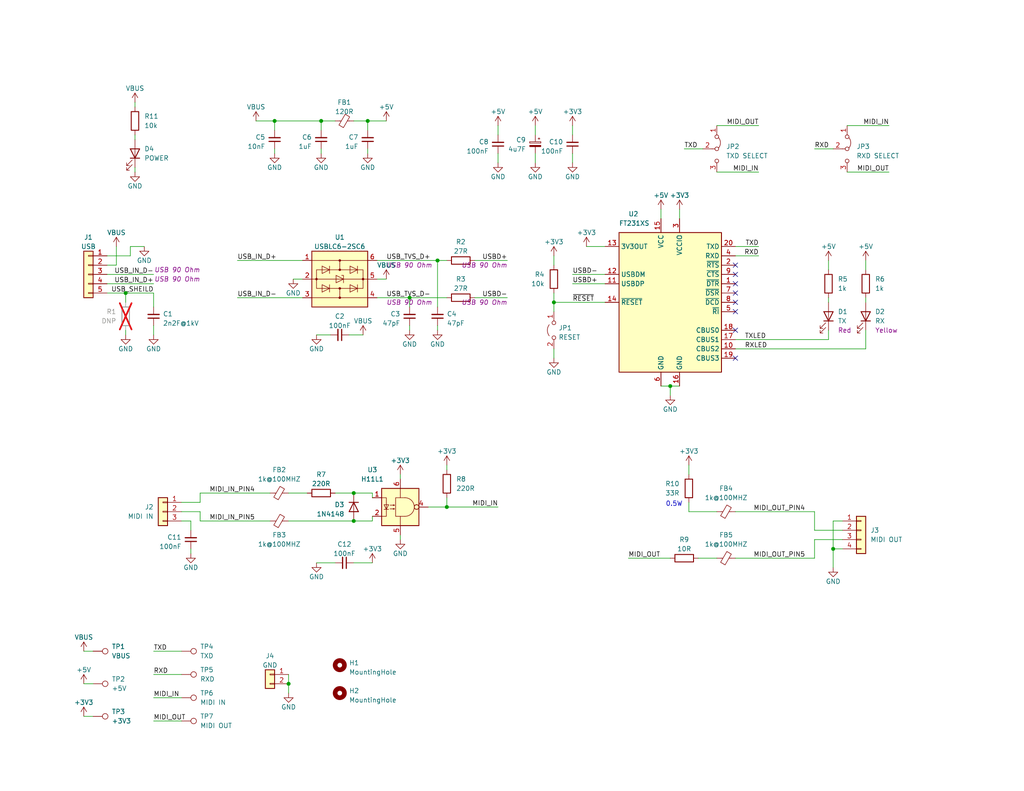
<source format=kicad_sch>
(kicad_sch (version 20230121) (generator eeschema)

  (uuid 085d6ebe-f069-4d02-a4e1-68c4c1c6b746)

  (paper "USLetter")

  (title_block
    (title "MidiTerm Adapter Board")
    (date "2023-03-30")
    (rev "0.1")
    (company "Max Proskauer")
  )

  (lib_symbols
    (symbol "Connector:TestPoint" (pin_numbers hide) (pin_names (offset 0.762) hide) (in_bom yes) (on_board yes)
      (property "Reference" "TP" (at 0 6.858 0)
        (effects (font (size 1.27 1.27)))
      )
      (property "Value" "TestPoint" (at 0 5.08 0)
        (effects (font (size 1.27 1.27)))
      )
      (property "Footprint" "" (at 5.08 0 0)
        (effects (font (size 1.27 1.27)) hide)
      )
      (property "Datasheet" "~" (at 5.08 0 0)
        (effects (font (size 1.27 1.27)) hide)
      )
      (property "ki_keywords" "test point tp" (at 0 0 0)
        (effects (font (size 1.27 1.27)) hide)
      )
      (property "ki_description" "test point" (at 0 0 0)
        (effects (font (size 1.27 1.27)) hide)
      )
      (property "ki_fp_filters" "Pin* Test*" (at 0 0 0)
        (effects (font (size 1.27 1.27)) hide)
      )
      (symbol "TestPoint_0_1"
        (circle (center 0 3.302) (radius 0.762)
          (stroke (width 0) (type default))
          (fill (type none))
        )
      )
      (symbol "TestPoint_1_1"
        (pin passive line (at 0 0 90) (length 2.54)
          (name "1" (effects (font (size 1.27 1.27))))
          (number "1" (effects (font (size 1.27 1.27))))
        )
      )
    )
    (symbol "Connector_Generic:Conn_01x02" (pin_names (offset 1.016) hide) (in_bom yes) (on_board yes)
      (property "Reference" "J" (at 0 2.54 0)
        (effects (font (size 1.27 1.27)))
      )
      (property "Value" "Conn_01x02" (at 0 -5.08 0)
        (effects (font (size 1.27 1.27)))
      )
      (property "Footprint" "" (at 0 0 0)
        (effects (font (size 1.27 1.27)) hide)
      )
      (property "Datasheet" "~" (at 0 0 0)
        (effects (font (size 1.27 1.27)) hide)
      )
      (property "ki_keywords" "connector" (at 0 0 0)
        (effects (font (size 1.27 1.27)) hide)
      )
      (property "ki_description" "Generic connector, single row, 01x02, script generated (kicad-library-utils/schlib/autogen/connector/)" (at 0 0 0)
        (effects (font (size 1.27 1.27)) hide)
      )
      (property "ki_fp_filters" "Connector*:*_1x??_*" (at 0 0 0)
        (effects (font (size 1.27 1.27)) hide)
      )
      (symbol "Conn_01x02_1_1"
        (rectangle (start -1.27 -2.413) (end 0 -2.667)
          (stroke (width 0.1524) (type default))
          (fill (type none))
        )
        (rectangle (start -1.27 0.127) (end 0 -0.127)
          (stroke (width 0.1524) (type default))
          (fill (type none))
        )
        (rectangle (start -1.27 1.27) (end 1.27 -3.81)
          (stroke (width 0.254) (type default))
          (fill (type background))
        )
        (pin passive line (at -5.08 0 0) (length 3.81)
          (name "Pin_1" (effects (font (size 1.27 1.27))))
          (number "1" (effects (font (size 1.27 1.27))))
        )
        (pin passive line (at -5.08 -2.54 0) (length 3.81)
          (name "Pin_2" (effects (font (size 1.27 1.27))))
          (number "2" (effects (font (size 1.27 1.27))))
        )
      )
    )
    (symbol "Connector_Generic:Conn_01x03" (pin_names (offset 1.016) hide) (in_bom yes) (on_board yes)
      (property "Reference" "J" (at 0 5.08 0)
        (effects (font (size 1.27 1.27)))
      )
      (property "Value" "Conn_01x03" (at 0 -5.08 0)
        (effects (font (size 1.27 1.27)))
      )
      (property "Footprint" "" (at 0 0 0)
        (effects (font (size 1.27 1.27)) hide)
      )
      (property "Datasheet" "~" (at 0 0 0)
        (effects (font (size 1.27 1.27)) hide)
      )
      (property "ki_keywords" "connector" (at 0 0 0)
        (effects (font (size 1.27 1.27)) hide)
      )
      (property "ki_description" "Generic connector, single row, 01x03, script generated (kicad-library-utils/schlib/autogen/connector/)" (at 0 0 0)
        (effects (font (size 1.27 1.27)) hide)
      )
      (property "ki_fp_filters" "Connector*:*_1x??_*" (at 0 0 0)
        (effects (font (size 1.27 1.27)) hide)
      )
      (symbol "Conn_01x03_1_1"
        (rectangle (start -1.27 -2.413) (end 0 -2.667)
          (stroke (width 0.1524) (type default))
          (fill (type none))
        )
        (rectangle (start -1.27 0.127) (end 0 -0.127)
          (stroke (width 0.1524) (type default))
          (fill (type none))
        )
        (rectangle (start -1.27 2.667) (end 0 2.413)
          (stroke (width 0.1524) (type default))
          (fill (type none))
        )
        (rectangle (start -1.27 3.81) (end 1.27 -3.81)
          (stroke (width 0.254) (type default))
          (fill (type background))
        )
        (pin passive line (at -5.08 2.54 0) (length 3.81)
          (name "Pin_1" (effects (font (size 1.27 1.27))))
          (number "1" (effects (font (size 1.27 1.27))))
        )
        (pin passive line (at -5.08 0 0) (length 3.81)
          (name "Pin_2" (effects (font (size 1.27 1.27))))
          (number "2" (effects (font (size 1.27 1.27))))
        )
        (pin passive line (at -5.08 -2.54 0) (length 3.81)
          (name "Pin_3" (effects (font (size 1.27 1.27))))
          (number "3" (effects (font (size 1.27 1.27))))
        )
      )
    )
    (symbol "Connector_Generic:Conn_01x04" (pin_names (offset 1.016) hide) (in_bom yes) (on_board yes)
      (property "Reference" "J" (at 0 5.08 0)
        (effects (font (size 1.27 1.27)))
      )
      (property "Value" "Conn_01x04" (at 0 -7.62 0)
        (effects (font (size 1.27 1.27)))
      )
      (property "Footprint" "" (at 0 0 0)
        (effects (font (size 1.27 1.27)) hide)
      )
      (property "Datasheet" "~" (at 0 0 0)
        (effects (font (size 1.27 1.27)) hide)
      )
      (property "ki_keywords" "connector" (at 0 0 0)
        (effects (font (size 1.27 1.27)) hide)
      )
      (property "ki_description" "Generic connector, single row, 01x04, script generated (kicad-library-utils/schlib/autogen/connector/)" (at 0 0 0)
        (effects (font (size 1.27 1.27)) hide)
      )
      (property "ki_fp_filters" "Connector*:*_1x??_*" (at 0 0 0)
        (effects (font (size 1.27 1.27)) hide)
      )
      (symbol "Conn_01x04_1_1"
        (rectangle (start -1.27 -4.953) (end 0 -5.207)
          (stroke (width 0.1524) (type default))
          (fill (type none))
        )
        (rectangle (start -1.27 -2.413) (end 0 -2.667)
          (stroke (width 0.1524) (type default))
          (fill (type none))
        )
        (rectangle (start -1.27 0.127) (end 0 -0.127)
          (stroke (width 0.1524) (type default))
          (fill (type none))
        )
        (rectangle (start -1.27 2.667) (end 0 2.413)
          (stroke (width 0.1524) (type default))
          (fill (type none))
        )
        (rectangle (start -1.27 3.81) (end 1.27 -6.35)
          (stroke (width 0.254) (type default))
          (fill (type background))
        )
        (pin passive line (at -5.08 2.54 0) (length 3.81)
          (name "Pin_1" (effects (font (size 1.27 1.27))))
          (number "1" (effects (font (size 1.27 1.27))))
        )
        (pin passive line (at -5.08 0 0) (length 3.81)
          (name "Pin_2" (effects (font (size 1.27 1.27))))
          (number "2" (effects (font (size 1.27 1.27))))
        )
        (pin passive line (at -5.08 -2.54 0) (length 3.81)
          (name "Pin_3" (effects (font (size 1.27 1.27))))
          (number "3" (effects (font (size 1.27 1.27))))
        )
        (pin passive line (at -5.08 -5.08 0) (length 3.81)
          (name "Pin_4" (effects (font (size 1.27 1.27))))
          (number "4" (effects (font (size 1.27 1.27))))
        )
      )
    )
    (symbol "Connector_Generic:Conn_01x05" (pin_names (offset 1.016) hide) (in_bom yes) (on_board yes)
      (property "Reference" "J" (at 0 7.62 0)
        (effects (font (size 1.27 1.27)))
      )
      (property "Value" "Conn_01x05" (at 0 -7.62 0)
        (effects (font (size 1.27 1.27)))
      )
      (property "Footprint" "" (at 0 0 0)
        (effects (font (size 1.27 1.27)) hide)
      )
      (property "Datasheet" "~" (at 0 0 0)
        (effects (font (size 1.27 1.27)) hide)
      )
      (property "ki_keywords" "connector" (at 0 0 0)
        (effects (font (size 1.27 1.27)) hide)
      )
      (property "ki_description" "Generic connector, single row, 01x05, script generated (kicad-library-utils/schlib/autogen/connector/)" (at 0 0 0)
        (effects (font (size 1.27 1.27)) hide)
      )
      (property "ki_fp_filters" "Connector*:*_1x??_*" (at 0 0 0)
        (effects (font (size 1.27 1.27)) hide)
      )
      (symbol "Conn_01x05_1_1"
        (rectangle (start -1.27 -4.953) (end 0 -5.207)
          (stroke (width 0.1524) (type default))
          (fill (type none))
        )
        (rectangle (start -1.27 -2.413) (end 0 -2.667)
          (stroke (width 0.1524) (type default))
          (fill (type none))
        )
        (rectangle (start -1.27 0.127) (end 0 -0.127)
          (stroke (width 0.1524) (type default))
          (fill (type none))
        )
        (rectangle (start -1.27 2.667) (end 0 2.413)
          (stroke (width 0.1524) (type default))
          (fill (type none))
        )
        (rectangle (start -1.27 5.207) (end 0 4.953)
          (stroke (width 0.1524) (type default))
          (fill (type none))
        )
        (rectangle (start -1.27 6.35) (end 1.27 -6.35)
          (stroke (width 0.254) (type default))
          (fill (type background))
        )
        (pin passive line (at -5.08 5.08 0) (length 3.81)
          (name "Pin_1" (effects (font (size 1.27 1.27))))
          (number "1" (effects (font (size 1.27 1.27))))
        )
        (pin passive line (at -5.08 2.54 0) (length 3.81)
          (name "Pin_2" (effects (font (size 1.27 1.27))))
          (number "2" (effects (font (size 1.27 1.27))))
        )
        (pin passive line (at -5.08 0 0) (length 3.81)
          (name "Pin_3" (effects (font (size 1.27 1.27))))
          (number "3" (effects (font (size 1.27 1.27))))
        )
        (pin passive line (at -5.08 -2.54 0) (length 3.81)
          (name "Pin_4" (effects (font (size 1.27 1.27))))
          (number "4" (effects (font (size 1.27 1.27))))
        )
        (pin passive line (at -5.08 -5.08 0) (length 3.81)
          (name "Pin_5" (effects (font (size 1.27 1.27))))
          (number "5" (effects (font (size 1.27 1.27))))
        )
      )
    )
    (symbol "Device:C_Polarized_Small" (pin_numbers hide) (pin_names (offset 0.254) hide) (in_bom yes) (on_board yes)
      (property "Reference" "C" (at 0.254 1.778 0)
        (effects (font (size 1.27 1.27)) (justify left))
      )
      (property "Value" "C_Polarized_Small" (at 0.254 -2.032 0)
        (effects (font (size 1.27 1.27)) (justify left))
      )
      (property "Footprint" "" (at 0 0 0)
        (effects (font (size 1.27 1.27)) hide)
      )
      (property "Datasheet" "~" (at 0 0 0)
        (effects (font (size 1.27 1.27)) hide)
      )
      (property "ki_keywords" "cap capacitor" (at 0 0 0)
        (effects (font (size 1.27 1.27)) hide)
      )
      (property "ki_description" "Polarized capacitor, small symbol" (at 0 0 0)
        (effects (font (size 1.27 1.27)) hide)
      )
      (property "ki_fp_filters" "CP_*" (at 0 0 0)
        (effects (font (size 1.27 1.27)) hide)
      )
      (symbol "C_Polarized_Small_0_1"
        (rectangle (start -1.524 -0.3048) (end 1.524 -0.6858)
          (stroke (width 0) (type default))
          (fill (type outline))
        )
        (rectangle (start -1.524 0.6858) (end 1.524 0.3048)
          (stroke (width 0) (type default))
          (fill (type none))
        )
        (polyline
          (pts
            (xy -1.27 1.524)
            (xy -0.762 1.524)
          )
          (stroke (width 0) (type default))
          (fill (type none))
        )
        (polyline
          (pts
            (xy -1.016 1.27)
            (xy -1.016 1.778)
          )
          (stroke (width 0) (type default))
          (fill (type none))
        )
      )
      (symbol "C_Polarized_Small_1_1"
        (pin passive line (at 0 2.54 270) (length 1.8542)
          (name "~" (effects (font (size 1.27 1.27))))
          (number "1" (effects (font (size 1.27 1.27))))
        )
        (pin passive line (at 0 -2.54 90) (length 1.8542)
          (name "~" (effects (font (size 1.27 1.27))))
          (number "2" (effects (font (size 1.27 1.27))))
        )
      )
    )
    (symbol "Device:C_Small" (pin_numbers hide) (pin_names (offset 0.254) hide) (in_bom yes) (on_board yes)
      (property "Reference" "C" (at 0.254 1.778 0)
        (effects (font (size 1.27 1.27)) (justify left))
      )
      (property "Value" "C_Small" (at 0.254 -2.032 0)
        (effects (font (size 1.27 1.27)) (justify left))
      )
      (property "Footprint" "" (at 0 0 0)
        (effects (font (size 1.27 1.27)) hide)
      )
      (property "Datasheet" "~" (at 0 0 0)
        (effects (font (size 1.27 1.27)) hide)
      )
      (property "ki_keywords" "capacitor cap" (at 0 0 0)
        (effects (font (size 1.27 1.27)) hide)
      )
      (property "ki_description" "Unpolarized capacitor, small symbol" (at 0 0 0)
        (effects (font (size 1.27 1.27)) hide)
      )
      (property "ki_fp_filters" "C_*" (at 0 0 0)
        (effects (font (size 1.27 1.27)) hide)
      )
      (symbol "C_Small_0_1"
        (polyline
          (pts
            (xy -1.524 -0.508)
            (xy 1.524 -0.508)
          )
          (stroke (width 0.3302) (type default))
          (fill (type none))
        )
        (polyline
          (pts
            (xy -1.524 0.508)
            (xy 1.524 0.508)
          )
          (stroke (width 0.3048) (type default))
          (fill (type none))
        )
      )
      (symbol "C_Small_1_1"
        (pin passive line (at 0 2.54 270) (length 2.032)
          (name "~" (effects (font (size 1.27 1.27))))
          (number "1" (effects (font (size 1.27 1.27))))
        )
        (pin passive line (at 0 -2.54 90) (length 2.032)
          (name "~" (effects (font (size 1.27 1.27))))
          (number "2" (effects (font (size 1.27 1.27))))
        )
      )
    )
    (symbol "Device:FerriteBead_Small" (pin_numbers hide) (pin_names (offset 0)) (in_bom yes) (on_board yes)
      (property "Reference" "FB" (at 1.905 1.27 0)
        (effects (font (size 1.27 1.27)) (justify left))
      )
      (property "Value" "FerriteBead_Small" (at 1.905 -1.27 0)
        (effects (font (size 1.27 1.27)) (justify left))
      )
      (property "Footprint" "" (at -1.778 0 90)
        (effects (font (size 1.27 1.27)) hide)
      )
      (property "Datasheet" "~" (at 0 0 0)
        (effects (font (size 1.27 1.27)) hide)
      )
      (property "ki_keywords" "L ferrite bead inductor filter" (at 0 0 0)
        (effects (font (size 1.27 1.27)) hide)
      )
      (property "ki_description" "Ferrite bead, small symbol" (at 0 0 0)
        (effects (font (size 1.27 1.27)) hide)
      )
      (property "ki_fp_filters" "Inductor_* L_* *Ferrite*" (at 0 0 0)
        (effects (font (size 1.27 1.27)) hide)
      )
      (symbol "FerriteBead_Small_0_1"
        (polyline
          (pts
            (xy 0 -1.27)
            (xy 0 -0.7874)
          )
          (stroke (width 0) (type default))
          (fill (type none))
        )
        (polyline
          (pts
            (xy 0 0.889)
            (xy 0 1.2954)
          )
          (stroke (width 0) (type default))
          (fill (type none))
        )
        (polyline
          (pts
            (xy -1.8288 0.2794)
            (xy -1.1176 1.4986)
            (xy 1.8288 -0.2032)
            (xy 1.1176 -1.4224)
            (xy -1.8288 0.2794)
          )
          (stroke (width 0) (type default))
          (fill (type none))
        )
      )
      (symbol "FerriteBead_Small_1_1"
        (pin passive line (at 0 2.54 270) (length 1.27)
          (name "~" (effects (font (size 1.27 1.27))))
          (number "1" (effects (font (size 1.27 1.27))))
        )
        (pin passive line (at 0 -2.54 90) (length 1.27)
          (name "~" (effects (font (size 1.27 1.27))))
          (number "2" (effects (font (size 1.27 1.27))))
        )
      )
    )
    (symbol "Device:LED" (pin_numbers hide) (pin_names (offset 1.016) hide) (in_bom yes) (on_board yes)
      (property "Reference" "D" (at 0 2.54 0)
        (effects (font (size 1.27 1.27)))
      )
      (property "Value" "LED" (at 0 -2.54 0)
        (effects (font (size 1.27 1.27)))
      )
      (property "Footprint" "" (at 0 0 0)
        (effects (font (size 1.27 1.27)) hide)
      )
      (property "Datasheet" "~" (at 0 0 0)
        (effects (font (size 1.27 1.27)) hide)
      )
      (property "ki_keywords" "LED diode" (at 0 0 0)
        (effects (font (size 1.27 1.27)) hide)
      )
      (property "ki_description" "Light emitting diode" (at 0 0 0)
        (effects (font (size 1.27 1.27)) hide)
      )
      (property "ki_fp_filters" "LED* LED_SMD:* LED_THT:*" (at 0 0 0)
        (effects (font (size 1.27 1.27)) hide)
      )
      (symbol "LED_0_1"
        (polyline
          (pts
            (xy -1.27 -1.27)
            (xy -1.27 1.27)
          )
          (stroke (width 0.254) (type default))
          (fill (type none))
        )
        (polyline
          (pts
            (xy -1.27 0)
            (xy 1.27 0)
          )
          (stroke (width 0) (type default))
          (fill (type none))
        )
        (polyline
          (pts
            (xy 1.27 -1.27)
            (xy 1.27 1.27)
            (xy -1.27 0)
            (xy 1.27 -1.27)
          )
          (stroke (width 0.254) (type default))
          (fill (type none))
        )
        (polyline
          (pts
            (xy -3.048 -0.762)
            (xy -4.572 -2.286)
            (xy -3.81 -2.286)
            (xy -4.572 -2.286)
            (xy -4.572 -1.524)
          )
          (stroke (width 0) (type default))
          (fill (type none))
        )
        (polyline
          (pts
            (xy -1.778 -0.762)
            (xy -3.302 -2.286)
            (xy -2.54 -2.286)
            (xy -3.302 -2.286)
            (xy -3.302 -1.524)
          )
          (stroke (width 0) (type default))
          (fill (type none))
        )
      )
      (symbol "LED_1_1"
        (pin passive line (at -3.81 0 0) (length 2.54)
          (name "K" (effects (font (size 1.27 1.27))))
          (number "1" (effects (font (size 1.27 1.27))))
        )
        (pin passive line (at 3.81 0 180) (length 2.54)
          (name "A" (effects (font (size 1.27 1.27))))
          (number "2" (effects (font (size 1.27 1.27))))
        )
      )
    )
    (symbol "Device:R" (pin_numbers hide) (pin_names (offset 0)) (in_bom yes) (on_board yes)
      (property "Reference" "R" (at 2.032 0 90)
        (effects (font (size 1.27 1.27)))
      )
      (property "Value" "R" (at 0 0 90)
        (effects (font (size 1.27 1.27)))
      )
      (property "Footprint" "" (at -1.778 0 90)
        (effects (font (size 1.27 1.27)) hide)
      )
      (property "Datasheet" "~" (at 0 0 0)
        (effects (font (size 1.27 1.27)) hide)
      )
      (property "ki_keywords" "R res resistor" (at 0 0 0)
        (effects (font (size 1.27 1.27)) hide)
      )
      (property "ki_description" "Resistor" (at 0 0 0)
        (effects (font (size 1.27 1.27)) hide)
      )
      (property "ki_fp_filters" "R_*" (at 0 0 0)
        (effects (font (size 1.27 1.27)) hide)
      )
      (symbol "R_0_1"
        (rectangle (start -1.016 -2.54) (end 1.016 2.54)
          (stroke (width 0.254) (type default))
          (fill (type none))
        )
      )
      (symbol "R_1_1"
        (pin passive line (at 0 3.81 270) (length 1.27)
          (name "~" (effects (font (size 1.27 1.27))))
          (number "1" (effects (font (size 1.27 1.27))))
        )
        (pin passive line (at 0 -3.81 90) (length 1.27)
          (name "~" (effects (font (size 1.27 1.27))))
          (number "2" (effects (font (size 1.27 1.27))))
        )
      )
    )
    (symbol "Diode:1N4148" (pin_numbers hide) (pin_names hide) (in_bom yes) (on_board yes)
      (property "Reference" "D" (at 0 2.54 0)
        (effects (font (size 1.27 1.27)))
      )
      (property "Value" "1N4148" (at 0 -2.54 0)
        (effects (font (size 1.27 1.27)))
      )
      (property "Footprint" "Diode_THT:D_DO-35_SOD27_P7.62mm_Horizontal" (at 0 0 0)
        (effects (font (size 1.27 1.27)) hide)
      )
      (property "Datasheet" "https://assets.nexperia.com/documents/data-sheet/1N4148_1N4448.pdf" (at 0 0 0)
        (effects (font (size 1.27 1.27)) hide)
      )
      (property "Sim.Device" "D" (at 0 0 0)
        (effects (font (size 1.27 1.27)) hide)
      )
      (property "Sim.Pins" "1=K 2=A" (at 0 0 0)
        (effects (font (size 1.27 1.27)) hide)
      )
      (property "ki_keywords" "diode" (at 0 0 0)
        (effects (font (size 1.27 1.27)) hide)
      )
      (property "ki_description" "100V 0.15A standard switching diode, DO-35" (at 0 0 0)
        (effects (font (size 1.27 1.27)) hide)
      )
      (property "ki_fp_filters" "D*DO?35*" (at 0 0 0)
        (effects (font (size 1.27 1.27)) hide)
      )
      (symbol "1N4148_0_1"
        (polyline
          (pts
            (xy -1.27 1.27)
            (xy -1.27 -1.27)
          )
          (stroke (width 0.254) (type default))
          (fill (type none))
        )
        (polyline
          (pts
            (xy 1.27 0)
            (xy -1.27 0)
          )
          (stroke (width 0) (type default))
          (fill (type none))
        )
        (polyline
          (pts
            (xy 1.27 1.27)
            (xy 1.27 -1.27)
            (xy -1.27 0)
            (xy 1.27 1.27)
          )
          (stroke (width 0.254) (type default))
          (fill (type none))
        )
      )
      (symbol "1N4148_1_1"
        (pin passive line (at -3.81 0 0) (length 2.54)
          (name "K" (effects (font (size 1.27 1.27))))
          (number "1" (effects (font (size 1.27 1.27))))
        )
        (pin passive line (at 3.81 0 180) (length 2.54)
          (name "A" (effects (font (size 1.27 1.27))))
          (number "2" (effects (font (size 1.27 1.27))))
        )
      )
    )
    (symbol "Interface_USB:FT231XS" (in_bom yes) (on_board yes)
      (property "Reference" "U" (at -13.97 20.32 0)
        (effects (font (size 1.27 1.27)) (justify left))
      )
      (property "Value" "FT231XS" (at 7.62 20.32 0)
        (effects (font (size 1.27 1.27)) (justify left))
      )
      (property "Footprint" "Package_SO:SSOP-20_3.9x8.7mm_P0.635mm" (at 25.4 -20.32 0)
        (effects (font (size 1.27 1.27)) hide)
      )
      (property "Datasheet" "https://www.ftdichip.com/Support/Documents/DataSheets/ICs/DS_FT231X.pdf" (at 0 0 0)
        (effects (font (size 1.27 1.27)) hide)
      )
      (property "ki_keywords" "FTDI USB UART interface converter" (at 0 0 0)
        (effects (font (size 1.27 1.27)) hide)
      )
      (property "ki_description" "Full Speed USB to Full Handshake UART, SSOP-20" (at 0 0 0)
        (effects (font (size 1.27 1.27)) hide)
      )
      (property "ki_fp_filters" "*SSOP*3.9x8.7mm*P0.635mm*" (at 0 0 0)
        (effects (font (size 1.27 1.27)) hide)
      )
      (symbol "FT231XS_0_1"
        (rectangle (start -13.97 19.05) (end 13.97 -19.05)
          (stroke (width 0.254) (type default))
          (fill (type background))
        )
      )
      (symbol "FT231XS_1_1"
        (pin output line (at 17.78 5.08 180) (length 3.81)
          (name "~{DTR}" (effects (font (size 1.27 1.27))))
          (number "1" (effects (font (size 1.27 1.27))))
        )
        (pin bidirectional line (at 17.78 -12.7 180) (length 3.81)
          (name "CBUS2" (effects (font (size 1.27 1.27))))
          (number "10" (effects (font (size 1.27 1.27))))
        )
        (pin bidirectional line (at -17.78 5.08 0) (length 3.81)
          (name "USBDP" (effects (font (size 1.27 1.27))))
          (number "11" (effects (font (size 1.27 1.27))))
        )
        (pin bidirectional line (at -17.78 7.62 0) (length 3.81)
          (name "USBDM" (effects (font (size 1.27 1.27))))
          (number "12" (effects (font (size 1.27 1.27))))
        )
        (pin power_out line (at -17.78 15.24 0) (length 3.81)
          (name "3V3OUT" (effects (font (size 1.27 1.27))))
          (number "13" (effects (font (size 1.27 1.27))))
        )
        (pin input line (at -17.78 0 0) (length 3.81)
          (name "~{RESET}" (effects (font (size 1.27 1.27))))
          (number "14" (effects (font (size 1.27 1.27))))
        )
        (pin power_in line (at -2.54 22.86 270) (length 3.81)
          (name "VCC" (effects (font (size 1.27 1.27))))
          (number "15" (effects (font (size 1.27 1.27))))
        )
        (pin power_in line (at 2.54 -22.86 90) (length 3.81)
          (name "GND" (effects (font (size 1.27 1.27))))
          (number "16" (effects (font (size 1.27 1.27))))
        )
        (pin bidirectional line (at 17.78 -10.16 180) (length 3.81)
          (name "CBUS1" (effects (font (size 1.27 1.27))))
          (number "17" (effects (font (size 1.27 1.27))))
        )
        (pin bidirectional line (at 17.78 -7.62 180) (length 3.81)
          (name "CBUS0" (effects (font (size 1.27 1.27))))
          (number "18" (effects (font (size 1.27 1.27))))
        )
        (pin bidirectional line (at 17.78 -15.24 180) (length 3.81)
          (name "CBUS3" (effects (font (size 1.27 1.27))))
          (number "19" (effects (font (size 1.27 1.27))))
        )
        (pin output line (at 17.78 10.16 180) (length 3.81)
          (name "~{RTS}" (effects (font (size 1.27 1.27))))
          (number "2" (effects (font (size 1.27 1.27))))
        )
        (pin output line (at 17.78 15.24 180) (length 3.81)
          (name "TXD" (effects (font (size 1.27 1.27))))
          (number "20" (effects (font (size 1.27 1.27))))
        )
        (pin power_in line (at 2.54 22.86 270) (length 3.81)
          (name "VCCIO" (effects (font (size 1.27 1.27))))
          (number "3" (effects (font (size 1.27 1.27))))
        )
        (pin input line (at 17.78 12.7 180) (length 3.81)
          (name "RXD" (effects (font (size 1.27 1.27))))
          (number "4" (effects (font (size 1.27 1.27))))
        )
        (pin input line (at 17.78 -2.54 180) (length 3.81)
          (name "~{RI}" (effects (font (size 1.27 1.27))))
          (number "5" (effects (font (size 1.27 1.27))))
        )
        (pin power_in line (at -2.54 -22.86 90) (length 3.81)
          (name "GND" (effects (font (size 1.27 1.27))))
          (number "6" (effects (font (size 1.27 1.27))))
        )
        (pin input line (at 17.78 2.54 180) (length 3.81)
          (name "~{DSR}" (effects (font (size 1.27 1.27))))
          (number "7" (effects (font (size 1.27 1.27))))
        )
        (pin input line (at 17.78 0 180) (length 3.81)
          (name "~{DCD}" (effects (font (size 1.27 1.27))))
          (number "8" (effects (font (size 1.27 1.27))))
        )
        (pin input line (at 17.78 7.62 180) (length 3.81)
          (name "~{CTS}" (effects (font (size 1.27 1.27))))
          (number "9" (effects (font (size 1.27 1.27))))
        )
      )
    )
    (symbol "Isolator:H11L1" (pin_names (offset 1.016)) (in_bom yes) (on_board yes)
      (property "Reference" "U" (at 1.27 8.89 0)
        (effects (font (size 1.27 1.27)) (justify left))
      )
      (property "Value" "H11L1" (at 1.27 6.35 0)
        (effects (font (size 1.27 1.27)) (justify left))
      )
      (property "Footprint" "" (at -2.286 0 0)
        (effects (font (size 1.27 1.27)) hide)
      )
      (property "Datasheet" "https://www.onsemi.com/pub/Collateral/H11L3M-D.PDF" (at -2.286 0 0)
        (effects (font (size 1.27 1.27)) hide)
      )
      (property "ki_keywords" "High Speed Schmitt Optocoupler" (at 0 0 0)
        (effects (font (size 1.27 1.27)) hide)
      )
      (property "ki_description" "Schmitt Trigger Output Optocoupler, High Speed, DIP-6, 1.6mA turn on threshold" (at 0 0 0)
        (effects (font (size 1.27 1.27)) hide)
      )
      (property "ki_fp_filters" "DIP*W7.62mm* DIP*W10.16mm* SMDIP*W9.53mm*" (at 0 0 0)
        (effects (font (size 1.27 1.27)) hide)
      )
      (symbol "H11L1_0_1"
        (rectangle (start -5.08 5.08) (end 5.08 -5.08)
          (stroke (width 0.254) (type default))
          (fill (type background))
        )
        (polyline
          (pts
            (xy -4.445 -0.635)
            (xy -3.175 -0.635)
          )
          (stroke (width 0) (type default))
          (fill (type none))
        )
        (polyline
          (pts
            (xy 0 2.54)
            (xy 0 5.08)
          )
          (stroke (width 0) (type default))
          (fill (type none))
        )
        (polyline
          (pts
            (xy 0 -2.54)
            (xy 0 -5.08)
            (xy 0 -3.81)
          )
          (stroke (width 0) (type default))
          (fill (type none))
        )
        (polyline
          (pts
            (xy -5.08 -2.54)
            (xy -3.81 -2.54)
            (xy -3.81 2.54)
            (xy -5.08 2.54)
          )
          (stroke (width 0) (type default))
          (fill (type none))
        )
        (polyline
          (pts
            (xy -3.81 -0.635)
            (xy -4.445 0.635)
            (xy -3.175 0.635)
            (xy -3.81 -0.635)
          )
          (stroke (width 0) (type default))
          (fill (type none))
        )
        (polyline
          (pts
            (xy 1.27 -2.54)
            (xy -1.27 -2.54)
            (xy -1.27 2.54)
            (xy 1.27 2.54)
          )
          (stroke (width 0) (type default))
          (fill (type none))
        )
        (polyline
          (pts
            (xy -2.794 -0.508)
            (xy -1.524 -0.508)
            (xy -1.905 -0.635)
            (xy -1.905 -0.381)
            (xy -1.524 -0.508)
          )
          (stroke (width 0) (type default))
          (fill (type none))
        )
        (polyline
          (pts
            (xy -2.794 0.508)
            (xy -1.524 0.508)
            (xy -1.905 0.381)
            (xy -1.905 0.635)
            (xy -1.524 0.508)
          )
          (stroke (width 0) (type default))
          (fill (type none))
        )
        (arc (start 1.27 -2.54) (mid 3.799 0) (end 1.27 2.54)
          (stroke (width 0) (type default))
          (fill (type none))
        )
      )
      (symbol "H11L1_1_1"
        (pin passive line (at -7.62 2.54 0) (length 2.54)
          (name "~" (effects (font (size 1.27 1.27))))
          (number "1" (effects (font (size 1.27 1.27))))
        )
        (pin passive line (at -7.62 -2.54 0) (length 2.54)
          (name "~" (effects (font (size 1.27 1.27))))
          (number "2" (effects (font (size 1.27 1.27))))
        )
        (pin no_connect line (at -5.08 0 0) (length 2.54) hide
          (name "~" (effects (font (size 1.27 1.27))))
          (number "3" (effects (font (size 1.27 1.27))))
        )
        (pin output inverted (at 7.62 0 180) (length 3.81)
          (name "~" (effects (font (size 1.27 1.27))))
          (number "4" (effects (font (size 1.27 1.27))))
        )
        (pin power_in line (at 0 -7.62 90) (length 2.54)
          (name "~" (effects (font (size 1.27 1.27))))
          (number "5" (effects (font (size 1.27 1.27))))
        )
        (pin power_in line (at 0 7.62 270) (length 2.54)
          (name "~" (effects (font (size 1.27 1.27))))
          (number "6" (effects (font (size 1.27 1.27))))
        )
      )
    )
    (symbol "Jumper:Jumper_2_Open" (pin_names (offset 0) hide) (in_bom yes) (on_board yes)
      (property "Reference" "JP" (at 0 2.794 0)
        (effects (font (size 1.27 1.27)))
      )
      (property "Value" "Jumper_2_Open" (at 0 -2.286 0)
        (effects (font (size 1.27 1.27)))
      )
      (property "Footprint" "" (at 0 0 0)
        (effects (font (size 1.27 1.27)) hide)
      )
      (property "Datasheet" "~" (at 0 0 0)
        (effects (font (size 1.27 1.27)) hide)
      )
      (property "ki_keywords" "Jumper SPST" (at 0 0 0)
        (effects (font (size 1.27 1.27)) hide)
      )
      (property "ki_description" "Jumper, 2-pole, open" (at 0 0 0)
        (effects (font (size 1.27 1.27)) hide)
      )
      (property "ki_fp_filters" "Jumper* TestPoint*2Pads* TestPoint*Bridge*" (at 0 0 0)
        (effects (font (size 1.27 1.27)) hide)
      )
      (symbol "Jumper_2_Open_0_0"
        (circle (center -2.032 0) (radius 0.508)
          (stroke (width 0) (type default))
          (fill (type none))
        )
        (circle (center 2.032 0) (radius 0.508)
          (stroke (width 0) (type default))
          (fill (type none))
        )
      )
      (symbol "Jumper_2_Open_0_1"
        (arc (start 1.524 1.27) (mid 0 1.778) (end -1.524 1.27)
          (stroke (width 0) (type default))
          (fill (type none))
        )
      )
      (symbol "Jumper_2_Open_1_1"
        (pin passive line (at -5.08 0 0) (length 2.54)
          (name "A" (effects (font (size 1.27 1.27))))
          (number "1" (effects (font (size 1.27 1.27))))
        )
        (pin passive line (at 5.08 0 180) (length 2.54)
          (name "B" (effects (font (size 1.27 1.27))))
          (number "2" (effects (font (size 1.27 1.27))))
        )
      )
    )
    (symbol "Jumper:Jumper_3_Bridged12" (pin_names (offset 0) hide) (in_bom yes) (on_board yes)
      (property "Reference" "JP" (at -2.54 -2.54 0)
        (effects (font (size 1.27 1.27)))
      )
      (property "Value" "Jumper_3_Bridged12" (at 0 2.794 0)
        (effects (font (size 1.27 1.27)))
      )
      (property "Footprint" "" (at 0 0 0)
        (effects (font (size 1.27 1.27)) hide)
      )
      (property "Datasheet" "~" (at 0 0 0)
        (effects (font (size 1.27 1.27)) hide)
      )
      (property "ki_keywords" "Jumper SPDT" (at 0 0 0)
        (effects (font (size 1.27 1.27)) hide)
      )
      (property "ki_description" "Jumper, 3-pole, pins 1+2 closed/bridged" (at 0 0 0)
        (effects (font (size 1.27 1.27)) hide)
      )
      (property "ki_fp_filters" "Jumper* TestPoint*3Pads* TestPoint*Bridge*" (at 0 0 0)
        (effects (font (size 1.27 1.27)) hide)
      )
      (symbol "Jumper_3_Bridged12_0_0"
        (circle (center -3.302 0) (radius 0.508)
          (stroke (width 0) (type default))
          (fill (type none))
        )
        (circle (center 0 0) (radius 0.508)
          (stroke (width 0) (type default))
          (fill (type none))
        )
        (circle (center 3.302 0) (radius 0.508)
          (stroke (width 0) (type default))
          (fill (type none))
        )
      )
      (symbol "Jumper_3_Bridged12_0_1"
        (arc (start -0.254 0.508) (mid -1.651 0.9912) (end -3.048 0.508)
          (stroke (width 0) (type default))
          (fill (type none))
        )
        (polyline
          (pts
            (xy 0 -1.27)
            (xy 0 -0.508)
          )
          (stroke (width 0) (type default))
          (fill (type none))
        )
      )
      (symbol "Jumper_3_Bridged12_1_1"
        (pin passive line (at -6.35 0 0) (length 2.54)
          (name "A" (effects (font (size 1.27 1.27))))
          (number "1" (effects (font (size 1.27 1.27))))
        )
        (pin passive line (at 0 -3.81 90) (length 2.54)
          (name "C" (effects (font (size 1.27 1.27))))
          (number "2" (effects (font (size 1.27 1.27))))
        )
        (pin passive line (at 6.35 0 180) (length 2.54)
          (name "B" (effects (font (size 1.27 1.27))))
          (number "3" (effects (font (size 1.27 1.27))))
        )
      )
    )
    (symbol "Mechanical:MountingHole" (pin_names (offset 1.016)) (in_bom yes) (on_board yes)
      (property "Reference" "H" (at 0 5.08 0)
        (effects (font (size 1.27 1.27)))
      )
      (property "Value" "MountingHole" (at 0 3.175 0)
        (effects (font (size 1.27 1.27)))
      )
      (property "Footprint" "" (at 0 0 0)
        (effects (font (size 1.27 1.27)) hide)
      )
      (property "Datasheet" "~" (at 0 0 0)
        (effects (font (size 1.27 1.27)) hide)
      )
      (property "ki_keywords" "mounting hole" (at 0 0 0)
        (effects (font (size 1.27 1.27)) hide)
      )
      (property "ki_description" "Mounting Hole without connection" (at 0 0 0)
        (effects (font (size 1.27 1.27)) hide)
      )
      (property "ki_fp_filters" "MountingHole*" (at 0 0 0)
        (effects (font (size 1.27 1.27)) hide)
      )
      (symbol "MountingHole_0_1"
        (circle (center 0 0) (radius 1.27)
          (stroke (width 1.27) (type default))
          (fill (type none))
        )
      )
    )
    (symbol "miditerm:USBLC6-2SC6" (pin_names hide) (in_bom yes) (on_board yes)
      (property "Reference" "U3" (at 1.6511 11.43 0)
        (effects (font (size 1.27 1.27)) (justify left))
      )
      (property "Value" "USBLC6-2SC6" (at 1.6511 8.89 0)
        (effects (font (size 1.27 1.27)) (justify left))
      )
      (property "Footprint" "Package_TO_SOT_SMD:SOT-23-6" (at 0 -12.7 0)
        (effects (font (size 1.27 1.27)) hide)
      )
      (property "Datasheet" "https://www.st.com/resource/en/datasheet/usblc6-2.pdf" (at 5.08 8.89 0)
        (effects (font (size 1.27 1.27)) hide)
      )
      (property "ki_keywords" "usb ethernet video" (at 0 0 0)
        (effects (font (size 1.27 1.27)) hide)
      )
      (property "ki_description" "Very low capacitance ESD protection diode, 2 data-line, SOT-23-6" (at 0 0 0)
        (effects (font (size 1.27 1.27)) hide)
      )
      (property "ki_fp_filters" "SOT?23*" (at 0 0 0)
        (effects (font (size 1.27 1.27)) hide)
      )
      (symbol "USBLC6-2SC6_0_1"
        (rectangle (start -7.62 7.62) (end 7.62 -7.62)
          (stroke (width 0.254) (type default))
          (fill (type background))
        )
        (circle (center -6.35 0) (radius 0.254)
          (stroke (width 0) (type default))
          (fill (type outline))
        )
        (circle (center 0 -5.08) (radius 0.254)
          (stroke (width 0) (type default))
          (fill (type outline))
        )
        (circle (center 0 -2.54) (radius 0.254)
          (stroke (width 0) (type default))
          (fill (type outline))
        )
        (polyline
          (pts
            (xy -7.62 0)
            (xy -6.35 0)
          )
          (stroke (width 0) (type default))
          (fill (type none))
        )
        (polyline
          (pts
            (xy -6.35 0)
            (xy 1.27 0)
          )
          (stroke (width 0) (type default))
          (fill (type none))
        )
        (polyline
          (pts
            (xy -2.794 -1.524)
            (xy -2.794 -3.556)
          )
          (stroke (width 0) (type default))
          (fill (type none))
        )
        (polyline
          (pts
            (xy -2.794 1.524)
            (xy -2.794 3.556)
          )
          (stroke (width 0) (type default))
          (fill (type none))
        )
        (polyline
          (pts
            (xy 0 -5.08)
            (xy -7.62 -5.08)
          )
          (stroke (width 0) (type default))
          (fill (type none))
        )
        (polyline
          (pts
            (xy 0 5.08)
            (xy -7.62 5.08)
          )
          (stroke (width 0) (type default))
          (fill (type none))
        )
        (polyline
          (pts
            (xy 1.27 0)
            (xy 6.35 0)
          )
          (stroke (width 0) (type default))
          (fill (type none))
        )
        (polyline
          (pts
            (xy 4.826 -1.524)
            (xy 4.826 -3.556)
          )
          (stroke (width 0) (type default))
          (fill (type none))
        )
        (polyline
          (pts
            (xy 4.826 1.524)
            (xy 4.826 3.556)
          )
          (stroke (width 0) (type default))
          (fill (type none))
        )
        (polyline
          (pts
            (xy 6.35 0)
            (xy 7.62 0)
          )
          (stroke (width 0) (type default))
          (fill (type none))
        )
        (polyline
          (pts
            (xy 0 -2.54)
            (xy 0 -5.08)
            (xy 7.62 -5.08)
          )
          (stroke (width 0) (type default))
          (fill (type none))
        )
        (polyline
          (pts
            (xy 0 2.54)
            (xy 0 5.08)
            (xy 7.62 5.08)
          )
          (stroke (width 0) (type default))
          (fill (type none))
        )
        (polyline
          (pts
            (xy -4.826 -3.556)
            (xy -4.826 -1.524)
            (xy -2.794 -2.54)
            (xy -4.826 -3.556)
          )
          (stroke (width 0) (type default))
          (fill (type none))
        )
        (polyline
          (pts
            (xy -4.826 3.556)
            (xy -4.826 1.524)
            (xy -2.794 2.54)
            (xy -4.826 3.556)
          )
          (stroke (width 0) (type default))
          (fill (type none))
        )
        (polyline
          (pts
            (xy -1.016 1.016)
            (xy -1.016 -1.016)
            (xy 1.016 0)
            (xy -1.016 1.016)
          )
          (stroke (width 0) (type default))
          (fill (type none))
        )
        (polyline
          (pts
            (xy 1.016 -1.016)
            (xy 1.016 -0.762)
            (xy 1.016 1.016)
            (xy 0.508 1.016)
          )
          (stroke (width 0) (type default))
          (fill (type none))
        )
        (polyline
          (pts
            (xy 2.794 -3.556)
            (xy 2.794 -1.524)
            (xy 4.826 -2.54)
            (xy 2.794 -3.556)
          )
          (stroke (width 0) (type default))
          (fill (type none))
        )
        (polyline
          (pts
            (xy 2.794 3.556)
            (xy 2.794 1.524)
            (xy 4.826 2.54)
            (xy 2.794 3.556)
          )
          (stroke (width 0) (type default))
          (fill (type none))
        )
        (circle (center 0 2.54) (radius 0.254)
          (stroke (width 0) (type default))
          (fill (type outline))
        )
        (circle (center 0 5.08) (radius 0.254)
          (stroke (width 0) (type default))
          (fill (type outline))
        )
        (circle (center 6.35 0) (radius 0.254)
          (stroke (width 0) (type default))
          (fill (type outline))
        )
        (rectangle (start 6.35 2.54) (end -6.35 -2.54)
          (stroke (width 0) (type default))
          (fill (type none))
        )
      )
      (symbol "USBLC6-2SC6_1_1"
        (pin passive line (at -10.16 5.08 0) (length 2.54)
          (name "I/O1" (effects (font (size 1.27 1.27))))
          (number "1" (effects (font (size 1.27 1.27))))
        )
        (pin passive line (at -10.16 0 0) (length 2.54)
          (name "GND" (effects (font (size 1.27 1.27))))
          (number "2" (effects (font (size 1.27 1.27))))
        )
        (pin passive line (at -10.16 -5.08 0) (length 2.54)
          (name "I/O2" (effects (font (size 1.27 1.27))))
          (number "3" (effects (font (size 1.27 1.27))))
        )
        (pin passive line (at 10.16 -5.08 180) (length 2.54)
          (name "I/O2" (effects (font (size 1.27 1.27))))
          (number "4" (effects (font (size 1.27 1.27))))
        )
        (pin passive line (at 10.16 0 180) (length 2.54)
          (name "VBUS" (effects (font (size 1.27 1.27))))
          (number "5" (effects (font (size 1.27 1.27))))
        )
        (pin passive line (at 10.16 5.08 180) (length 2.54)
          (name "I/O1" (effects (font (size 1.27 1.27))))
          (number "6" (effects (font (size 1.27 1.27))))
        )
      )
    )
    (symbol "power:+3V3" (power) (pin_names (offset 0)) (in_bom yes) (on_board yes)
      (property "Reference" "#PWR" (at 0 -3.81 0)
        (effects (font (size 1.27 1.27)) hide)
      )
      (property "Value" "+3V3" (at 0 3.556 0)
        (effects (font (size 1.27 1.27)))
      )
      (property "Footprint" "" (at 0 0 0)
        (effects (font (size 1.27 1.27)) hide)
      )
      (property "Datasheet" "" (at 0 0 0)
        (effects (font (size 1.27 1.27)) hide)
      )
      (property "ki_keywords" "global power" (at 0 0 0)
        (effects (font (size 1.27 1.27)) hide)
      )
      (property "ki_description" "Power symbol creates a global label with name \"+3V3\"" (at 0 0 0)
        (effects (font (size 1.27 1.27)) hide)
      )
      (symbol "+3V3_0_1"
        (polyline
          (pts
            (xy -0.762 1.27)
            (xy 0 2.54)
          )
          (stroke (width 0) (type default))
          (fill (type none))
        )
        (polyline
          (pts
            (xy 0 0)
            (xy 0 2.54)
          )
          (stroke (width 0) (type default))
          (fill (type none))
        )
        (polyline
          (pts
            (xy 0 2.54)
            (xy 0.762 1.27)
          )
          (stroke (width 0) (type default))
          (fill (type none))
        )
      )
      (symbol "+3V3_1_1"
        (pin power_in line (at 0 0 90) (length 0) hide
          (name "+3V3" (effects (font (size 1.27 1.27))))
          (number "1" (effects (font (size 1.27 1.27))))
        )
      )
    )
    (symbol "power:+5V" (power) (pin_names (offset 0)) (in_bom yes) (on_board yes)
      (property "Reference" "#PWR" (at 0 -3.81 0)
        (effects (font (size 1.27 1.27)) hide)
      )
      (property "Value" "+5V" (at 0 3.556 0)
        (effects (font (size 1.27 1.27)))
      )
      (property "Footprint" "" (at 0 0 0)
        (effects (font (size 1.27 1.27)) hide)
      )
      (property "Datasheet" "" (at 0 0 0)
        (effects (font (size 1.27 1.27)) hide)
      )
      (property "ki_keywords" "global power" (at 0 0 0)
        (effects (font (size 1.27 1.27)) hide)
      )
      (property "ki_description" "Power symbol creates a global label with name \"+5V\"" (at 0 0 0)
        (effects (font (size 1.27 1.27)) hide)
      )
      (symbol "+5V_0_1"
        (polyline
          (pts
            (xy -0.762 1.27)
            (xy 0 2.54)
          )
          (stroke (width 0) (type default))
          (fill (type none))
        )
        (polyline
          (pts
            (xy 0 0)
            (xy 0 2.54)
          )
          (stroke (width 0) (type default))
          (fill (type none))
        )
        (polyline
          (pts
            (xy 0 2.54)
            (xy 0.762 1.27)
          )
          (stroke (width 0) (type default))
          (fill (type none))
        )
      )
      (symbol "+5V_1_1"
        (pin power_in line (at 0 0 90) (length 0) hide
          (name "+5V" (effects (font (size 1.27 1.27))))
          (number "1" (effects (font (size 1.27 1.27))))
        )
      )
    )
    (symbol "power:GND" (power) (pin_names (offset 0)) (in_bom yes) (on_board yes)
      (property "Reference" "#PWR" (at 0 -6.35 0)
        (effects (font (size 1.27 1.27)) hide)
      )
      (property "Value" "GND" (at 0 -3.81 0)
        (effects (font (size 1.27 1.27)))
      )
      (property "Footprint" "" (at 0 0 0)
        (effects (font (size 1.27 1.27)) hide)
      )
      (property "Datasheet" "" (at 0 0 0)
        (effects (font (size 1.27 1.27)) hide)
      )
      (property "ki_keywords" "global power" (at 0 0 0)
        (effects (font (size 1.27 1.27)) hide)
      )
      (property "ki_description" "Power symbol creates a global label with name \"GND\" , ground" (at 0 0 0)
        (effects (font (size 1.27 1.27)) hide)
      )
      (symbol "GND_0_1"
        (polyline
          (pts
            (xy 0 0)
            (xy 0 -1.27)
            (xy 1.27 -1.27)
            (xy 0 -2.54)
            (xy -1.27 -1.27)
            (xy 0 -1.27)
          )
          (stroke (width 0) (type default))
          (fill (type none))
        )
      )
      (symbol "GND_1_1"
        (pin power_in line (at 0 0 270) (length 0) hide
          (name "GND" (effects (font (size 1.27 1.27))))
          (number "1" (effects (font (size 1.27 1.27))))
        )
      )
    )
    (symbol "power:VBUS" (power) (pin_names (offset 0)) (in_bom yes) (on_board yes)
      (property "Reference" "#PWR" (at 0 -3.81 0)
        (effects (font (size 1.27 1.27)) hide)
      )
      (property "Value" "VBUS" (at 0 3.81 0)
        (effects (font (size 1.27 1.27)))
      )
      (property "Footprint" "" (at 0 0 0)
        (effects (font (size 1.27 1.27)) hide)
      )
      (property "Datasheet" "" (at 0 0 0)
        (effects (font (size 1.27 1.27)) hide)
      )
      (property "ki_keywords" "global power" (at 0 0 0)
        (effects (font (size 1.27 1.27)) hide)
      )
      (property "ki_description" "Power symbol creates a global label with name \"VBUS\"" (at 0 0 0)
        (effects (font (size 1.27 1.27)) hide)
      )
      (symbol "VBUS_0_1"
        (polyline
          (pts
            (xy -0.762 1.27)
            (xy 0 2.54)
          )
          (stroke (width 0) (type default))
          (fill (type none))
        )
        (polyline
          (pts
            (xy 0 0)
            (xy 0 2.54)
          )
          (stroke (width 0) (type default))
          (fill (type none))
        )
        (polyline
          (pts
            (xy 0 2.54)
            (xy 0.762 1.27)
          )
          (stroke (width 0) (type default))
          (fill (type none))
        )
      )
      (symbol "VBUS_1_1"
        (pin power_in line (at 0 0 90) (length 0) hide
          (name "VBUS" (effects (font (size 1.27 1.27))))
          (number "1" (effects (font (size 1.27 1.27))))
        )
      )
    )
  )

  (junction (at 87.63 33.02) (diameter 0) (color 0 0 0 0)
    (uuid 0440de59-c601-46db-84dc-95d3de002611)
  )
  (junction (at 121.92 138.43) (diameter 0) (color 0 0 0 0)
    (uuid 1a7fcc0d-0f8a-46db-aa6e-5b47c7a0fce2)
  )
  (junction (at 119.38 71.12) (diameter 0) (color 0 0 0 0)
    (uuid 23dab9db-6c80-430e-9e2c-9ad5084965df)
  )
  (junction (at 151.13 82.55) (diameter 0) (color 0 0 0 0)
    (uuid 38b894b2-3436-4d63-b52d-675e05205a72)
  )
  (junction (at 78.74 186.69) (diameter 0) (color 0 0 0 0)
    (uuid 43dfe5bf-6da3-4de4-91ed-9cb9b4e2ed47)
  )
  (junction (at 96.52 142.24) (diameter 0) (color 0 0 0 0)
    (uuid 543b0fa8-b1d2-40f9-b41d-6eb10a799996)
  )
  (junction (at 96.52 134.62) (diameter 0) (color 0 0 0 0)
    (uuid 557272dc-445f-4992-a91c-826a1831b3ef)
  )
  (junction (at 111.76 81.28) (diameter 0) (color 0 0 0 0)
    (uuid 65148b2a-96ab-4bef-b2c6-b86b4cd56f50)
  )
  (junction (at 34.29 80.01) (diameter 0) (color 0 0 0 0)
    (uuid 7321bcb9-b9f1-4c35-94cc-1c87e80a68fa)
  )
  (junction (at 74.93 33.02) (diameter 0) (color 0 0 0 0)
    (uuid 8cc333b1-40f5-4fd6-a44f-64d5161dd51b)
  )
  (junction (at 227.33 149.86) (diameter 0) (color 0 0 0 0)
    (uuid 8fbfeea0-65bc-4cfe-bb8d-db4549a3257f)
  )
  (junction (at 100.33 33.02) (diameter 0) (color 0 0 0 0)
    (uuid 91685b56-9595-43e5-bb2e-03d80d8b9ff2)
  )
  (junction (at 182.88 105.41) (diameter 0) (color 0 0 0 0)
    (uuid dd07daa3-c622-46f4-8795-521268909134)
  )

  (no_connect (at 200.66 97.79) (uuid 13d2f5a9-286b-4d48-a4eb-eb76ef27163c))
  (no_connect (at 200.66 80.01) (uuid 14508c49-8ea5-4cea-b9b9-ff45f0fe5e62))
  (no_connect (at 200.66 77.47) (uuid 4618c665-ae14-4945-9bae-afacf5bea467))
  (no_connect (at 200.66 85.09) (uuid 558e5b2a-6c44-4c59-af65-4c94dc9bbe95))
  (no_connect (at 200.66 72.39) (uuid 74013e05-56c8-4f51-ac2a-236661f4f89a))
  (no_connect (at 200.66 74.93) (uuid aedac352-798f-4ac5-b89a-aa6e01abda7e))
  (no_connect (at 200.66 90.17) (uuid c34c1a92-60fe-4e66-a1b4-1d88ee0d146d))
  (no_connect (at 200.66 82.55) (uuid f378bef1-77a0-4854-a990-4a5cf02d157f))

  (wire (pts (xy 156.21 34.29) (xy 156.21 36.83))
    (stroke (width 0) (type default))
    (uuid 0011670e-c11f-4b5d-9eb4-54cc048ccbc1)
  )
  (wire (pts (xy 160.02 67.31) (xy 165.1 67.31))
    (stroke (width 0) (type default))
    (uuid 011f6629-c6bc-4d2a-84f0-b10e2dea6e35)
  )
  (wire (pts (xy 135.89 41.91) (xy 135.89 44.45))
    (stroke (width 0) (type default))
    (uuid 01eabbab-5fe9-4ecd-ba34-4ab8eb7bdbbc)
  )
  (wire (pts (xy 78.74 142.24) (xy 96.52 142.24))
    (stroke (width 0) (type default))
    (uuid 0742bf22-cb65-4d16-88f2-0dc08dfad4ad)
  )
  (wire (pts (xy 101.6 142.24) (xy 96.52 142.24))
    (stroke (width 0) (type default))
    (uuid 0779ba57-b679-4d1a-ae32-17e32f7f2b88)
  )
  (wire (pts (xy 52.07 149.86) (xy 52.07 151.13))
    (stroke (width 0) (type default))
    (uuid 092f411b-83e5-4fab-a2a4-76775f7ff8cb)
  )
  (wire (pts (xy 22.86 195.58) (xy 25.4 195.58))
    (stroke (width 0) (type default))
    (uuid 09697659-4d46-4234-9e3d-904e0660c179)
  )
  (wire (pts (xy 64.77 71.12) (xy 82.55 71.12))
    (stroke (width 0) (type default))
    (uuid 09d6ff6a-2810-4f32-b707-235f4357201a)
  )
  (wire (pts (xy 100.33 33.02) (xy 100.33 35.56))
    (stroke (width 0) (type default))
    (uuid 0dcf16de-b9f4-4d82-9d6c-7a5dcc54e7b5)
  )
  (wire (pts (xy 78.74 134.62) (xy 83.82 134.62))
    (stroke (width 0) (type default))
    (uuid 0f15fbe8-9d23-4b83-91e1-c594873cad32)
  )
  (wire (pts (xy 200.66 67.31) (xy 207.01 67.31))
    (stroke (width 0) (type default))
    (uuid 103895de-c628-46f1-9eee-3e2e0b514341)
  )
  (wire (pts (xy 200.66 95.25) (xy 236.22 95.25))
    (stroke (width 0) (type default))
    (uuid 10db786d-2896-49ff-ba41-ed858b5658b1)
  )
  (wire (pts (xy 31.75 72.39) (xy 29.21 72.39))
    (stroke (width 0) (type default))
    (uuid 11565d35-2c07-4687-bcc2-b7ae2e46377b)
  )
  (wire (pts (xy 222.25 147.32) (xy 222.25 152.4))
    (stroke (width 0) (type default))
    (uuid 185f86f0-bcc1-46e8-aaae-505c696c5b14)
  )
  (wire (pts (xy 151.13 82.55) (xy 165.1 82.55))
    (stroke (width 0) (type default))
    (uuid 1875e8dc-47ea-45fa-96c7-921a5d416768)
  )
  (wire (pts (xy 227.33 149.86) (xy 227.33 154.94))
    (stroke (width 0) (type default))
    (uuid 1b81c1fc-ec97-4b2f-9ecc-0608e5712f1f)
  )
  (wire (pts (xy 29.21 74.93) (xy 41.91 74.93))
    (stroke (width 0) (type default))
    (uuid 1c6c1686-fcd5-44a2-86b0-be6c346b0d8e)
  )
  (wire (pts (xy 54.61 134.62) (xy 54.61 137.16))
    (stroke (width 0) (type default))
    (uuid 1e4e617b-188c-479b-bc52-19690dd42d90)
  )
  (wire (pts (xy 182.88 105.41) (xy 185.42 105.41))
    (stroke (width 0) (type default))
    (uuid 1e9c2720-75cb-4e81-bc55-e799fbe44cee)
  )
  (wire (pts (xy 49.53 139.7) (xy 54.61 139.7))
    (stroke (width 0) (type default))
    (uuid 2013263a-71f5-4caa-a753-41b8d1b640a1)
  )
  (wire (pts (xy 100.33 40.64) (xy 100.33 41.91))
    (stroke (width 0) (type default))
    (uuid 215d33b1-db50-40a1-81dc-a5707f598b4f)
  )
  (wire (pts (xy 52.07 144.78) (xy 52.07 142.24))
    (stroke (width 0) (type default))
    (uuid 2372cf46-7e8b-416c-b18f-206bacfdb0aa)
  )
  (wire (pts (xy 151.13 80.01) (xy 151.13 82.55))
    (stroke (width 0) (type default))
    (uuid 2399b87c-e1fb-43d5-b97a-9312b1cc4bed)
  )
  (wire (pts (xy 49.53 142.24) (xy 52.07 142.24))
    (stroke (width 0) (type default))
    (uuid 268b1637-9562-410e-aaf6-ef16533c441a)
  )
  (wire (pts (xy 36.83 45.72) (xy 36.83 46.99))
    (stroke (width 0) (type default))
    (uuid 26d46a2c-42d3-41fd-a202-b4cd6fc7e9a2)
  )
  (wire (pts (xy 69.85 33.02) (xy 74.93 33.02))
    (stroke (width 0) (type default))
    (uuid 27d29083-60e8-4b2f-a3a2-7fed2f818a92)
  )
  (wire (pts (xy 187.96 127) (xy 187.96 129.54))
    (stroke (width 0) (type default))
    (uuid 28cd2bb5-db23-4f8b-a72a-0861d020e0c7)
  )
  (wire (pts (xy 36.83 36.83) (xy 36.83 38.1))
    (stroke (width 0) (type default))
    (uuid 28d2d758-875a-420e-9c89-24d75d96d5f0)
  )
  (wire (pts (xy 34.29 91.44) (xy 34.29 90.17))
    (stroke (width 0) (type default))
    (uuid 2c17ac84-fb1b-4a24-b31f-4bb04ce608b9)
  )
  (wire (pts (xy 146.05 34.29) (xy 146.05 36.83))
    (stroke (width 0) (type default))
    (uuid 2e4ed365-d51a-4bf8-8e65-11ebeca97567)
  )
  (wire (pts (xy 87.63 33.02) (xy 91.44 33.02))
    (stroke (width 0) (type default))
    (uuid 300acf09-48f1-4533-aafc-10c63982550c)
  )
  (wire (pts (xy 105.41 33.02) (xy 100.33 33.02))
    (stroke (width 0) (type default))
    (uuid 31376fbe-7ac3-4f1f-9f7b-14d62b899fad)
  )
  (wire (pts (xy 109.22 146.05) (xy 109.22 147.32))
    (stroke (width 0) (type default))
    (uuid 33a4473f-fad5-4fb0-9081-8fc2d621923b)
  )
  (wire (pts (xy 229.87 147.32) (xy 222.25 147.32))
    (stroke (width 0) (type default))
    (uuid 38ec201c-f272-4af9-8fd9-9074668f67c3)
  )
  (wire (pts (xy 182.88 105.41) (xy 182.88 107.95))
    (stroke (width 0) (type default))
    (uuid 3aa6a4df-da7d-4367-8d16-4ba90f2af442)
  )
  (wire (pts (xy 41.91 184.15) (xy 49.53 184.15))
    (stroke (width 0) (type default))
    (uuid 3b0f9da0-8231-4c32-a1dc-55f7ac6efe66)
  )
  (wire (pts (xy 54.61 142.24) (xy 73.66 142.24))
    (stroke (width 0) (type default))
    (uuid 3cd41a5c-3b64-4d20-9330-70f3a1ae4059)
  )
  (wire (pts (xy 121.92 138.43) (xy 135.89 138.43))
    (stroke (width 0) (type default))
    (uuid 3dcde995-7003-48b9-b058-d510554f8ad3)
  )
  (wire (pts (xy 156.21 41.91) (xy 156.21 44.45))
    (stroke (width 0) (type default))
    (uuid 40876f4d-2c95-434b-a917-a7ce0c89a2f9)
  )
  (wire (pts (xy 222.25 40.64) (xy 227.33 40.64))
    (stroke (width 0) (type default))
    (uuid 43041ac0-171a-4ebd-bdea-ebb90da69683)
  )
  (wire (pts (xy 190.5 152.4) (xy 195.58 152.4))
    (stroke (width 0) (type default))
    (uuid 43255d93-91cd-40da-9a86-11f1959d25f5)
  )
  (wire (pts (xy 74.93 33.02) (xy 87.63 33.02))
    (stroke (width 0) (type default))
    (uuid 4337ab7f-ebae-4ff6-ad85-2f6a3e268888)
  )
  (wire (pts (xy 102.87 71.12) (xy 119.38 71.12))
    (stroke (width 0) (type default))
    (uuid 438b8db3-bdc6-40dc-8aee-57ec3125a240)
  )
  (wire (pts (xy 34.29 80.01) (xy 29.21 80.01))
    (stroke (width 0) (type default))
    (uuid 4561b458-75d0-4184-87b5-12a0dde742d8)
  )
  (wire (pts (xy 29.21 77.47) (xy 41.91 77.47))
    (stroke (width 0) (type default))
    (uuid 49067bb4-512d-4d61-941a-4f7adbf9a145)
  )
  (wire (pts (xy 187.96 139.7) (xy 195.58 139.7))
    (stroke (width 0) (type default))
    (uuid 4d84e0e0-8260-4752-a396-1f8d2f42250a)
  )
  (wire (pts (xy 99.06 91.44) (xy 95.25 91.44))
    (stroke (width 0) (type default))
    (uuid 4dc9f129-df37-4889-bd36-73c9bf0654bc)
  )
  (wire (pts (xy 187.96 137.16) (xy 187.96 139.7))
    (stroke (width 0) (type default))
    (uuid 4e16f3da-2912-4ff3-8d42-688c211c3c62)
  )
  (wire (pts (xy 78.74 189.23) (xy 78.74 186.69))
    (stroke (width 0) (type default))
    (uuid 51a18817-0626-4b21-a76e-71dea8a2e8d5)
  )
  (wire (pts (xy 111.76 81.28) (xy 111.76 83.82))
    (stroke (width 0) (type default))
    (uuid 56ba3163-ea71-44d1-a687-57b397903262)
  )
  (wire (pts (xy 236.22 90.17) (xy 236.22 95.25))
    (stroke (width 0) (type default))
    (uuid 57598da7-8d2f-4f11-b581-1855f53c3770)
  )
  (wire (pts (xy 129.54 81.28) (xy 138.43 81.28))
    (stroke (width 0) (type default))
    (uuid 591a6c6d-7f27-47e2-b597-db3a0e4b738d)
  )
  (wire (pts (xy 236.22 71.12) (xy 236.22 73.66))
    (stroke (width 0) (type default))
    (uuid 5af4a41f-a7f4-4f7f-8f7f-82c6a5b053b4)
  )
  (wire (pts (xy 186.69 40.64) (xy 191.77 40.64))
    (stroke (width 0) (type default))
    (uuid 5b31818c-112b-44ca-b1a4-595c8d77f160)
  )
  (wire (pts (xy 229.87 144.78) (xy 222.25 144.78))
    (stroke (width 0) (type default))
    (uuid 5ca44cd0-dbc2-4a37-a97e-f93c205398cd)
  )
  (wire (pts (xy 87.63 35.56) (xy 87.63 33.02))
    (stroke (width 0) (type default))
    (uuid 5da44b30-8906-49a7-88bf-ed0d5a82cbb2)
  )
  (wire (pts (xy 111.76 81.28) (xy 121.92 81.28))
    (stroke (width 0) (type default))
    (uuid 5e592b56-b305-4710-acf8-1fc5f7fa9764)
  )
  (wire (pts (xy 36.83 27.94) (xy 36.83 29.21))
    (stroke (width 0) (type default))
    (uuid 5f67049e-bea8-428e-9715-eed031fff986)
  )
  (wire (pts (xy 25.4 186.69) (xy 22.86 186.69))
    (stroke (width 0) (type default))
    (uuid 5f8a3706-3c5f-4c50-9bb7-4d262da0ebd8)
  )
  (wire (pts (xy 171.45 152.4) (xy 182.88 152.4))
    (stroke (width 0) (type default))
    (uuid 5fca3549-3fad-4ed9-8255-756a90550fa4)
  )
  (wire (pts (xy 34.29 80.01) (xy 41.91 80.01))
    (stroke (width 0) (type default))
    (uuid 601314b1-422d-4495-ad39-c23463c91e93)
  )
  (wire (pts (xy 41.91 80.01) (xy 41.91 83.82))
    (stroke (width 0) (type default))
    (uuid 6154876d-351d-449c-8b65-d740edbc4829)
  )
  (wire (pts (xy 135.89 34.29) (xy 135.89 36.83))
    (stroke (width 0) (type default))
    (uuid 6219b2fd-f6e3-427b-bcfe-d2524e3a7418)
  )
  (wire (pts (xy 119.38 90.17) (xy 119.38 88.9))
    (stroke (width 0) (type default))
    (uuid 63eb7538-dbb3-413a-9272-320145749212)
  )
  (wire (pts (xy 91.44 153.67) (xy 86.36 153.67))
    (stroke (width 0) (type default))
    (uuid 642986c6-ac4c-47e3-ae9b-b4b4295c4299)
  )
  (wire (pts (xy 226.06 92.71) (xy 200.66 92.71))
    (stroke (width 0) (type default))
    (uuid 687b819a-34c7-425d-94c1-8a5bec9e5e4b)
  )
  (wire (pts (xy 96.52 33.02) (xy 100.33 33.02))
    (stroke (width 0) (type default))
    (uuid 69889787-8ada-4f1c-a012-f85cb75b0a6e)
  )
  (wire (pts (xy 91.44 134.62) (xy 96.52 134.62))
    (stroke (width 0) (type default))
    (uuid 69d9b79e-4cf1-4553-ba20-9b0d0c0a1e78)
  )
  (wire (pts (xy 119.38 71.12) (xy 121.92 71.12))
    (stroke (width 0) (type default))
    (uuid 6ece5aa4-97ae-4429-9ac9-7fbe1bd34f71)
  )
  (wire (pts (xy 116.84 138.43) (xy 121.92 138.43))
    (stroke (width 0) (type default))
    (uuid 71c6f037-9475-4133-a155-6b662c1718f6)
  )
  (wire (pts (xy 236.22 81.28) (xy 236.22 82.55))
    (stroke (width 0) (type default))
    (uuid 71fb1b5a-657f-497b-8fdc-8cd6f3fa2368)
  )
  (wire (pts (xy 229.87 142.24) (xy 227.33 142.24))
    (stroke (width 0) (type default))
    (uuid 736c0992-c3b8-402b-9d50-cbdf89f96151)
  )
  (wire (pts (xy 102.87 81.28) (xy 111.76 81.28))
    (stroke (width 0) (type default))
    (uuid 7370b202-ace0-46f7-9be8-0025626a2147)
  )
  (wire (pts (xy 226.06 71.12) (xy 226.06 73.66))
    (stroke (width 0) (type default))
    (uuid 743a3016-c823-455a-802c-f923b0f4e679)
  )
  (wire (pts (xy 101.6 134.62) (xy 96.52 134.62))
    (stroke (width 0) (type default))
    (uuid 7d8d9b49-9853-4df0-b206-dd11eeef90ad)
  )
  (wire (pts (xy 180.34 105.41) (xy 182.88 105.41))
    (stroke (width 0) (type default))
    (uuid 7ea166f1-18bf-4792-a712-3bf326043ee3)
  )
  (wire (pts (xy 226.06 81.28) (xy 226.06 82.55))
    (stroke (width 0) (type default))
    (uuid 80125dbf-27ab-4b1c-8740-6c33d7d319b3)
  )
  (wire (pts (xy 54.61 139.7) (xy 54.61 142.24))
    (stroke (width 0) (type default))
    (uuid 8453d887-a4a6-4d5b-915f-7b80f57f000b)
  )
  (wire (pts (xy 151.13 95.25) (xy 151.13 97.79))
    (stroke (width 0) (type default))
    (uuid 84d8634a-8d4b-4dfd-83d0-de7767c5ebad)
  )
  (wire (pts (xy 231.14 46.99) (xy 242.57 46.99))
    (stroke (width 0) (type default))
    (uuid 8a2724fb-bee3-41ec-9a6e-af556636d7b7)
  )
  (wire (pts (xy 121.92 127) (xy 121.92 128.27))
    (stroke (width 0) (type default))
    (uuid 8a7fca89-7c0f-4c45-b56b-84d422217f41)
  )
  (wire (pts (xy 74.93 41.91) (xy 74.93 40.64))
    (stroke (width 0) (type default))
    (uuid 8ae3c7f1-acc9-4f74-84a0-02694b4c58fa)
  )
  (wire (pts (xy 34.29 80.01) (xy 34.29 82.55))
    (stroke (width 0) (type default))
    (uuid 8eba8f44-3763-4b6c-ae31-c6266a9d6f22)
  )
  (wire (pts (xy 109.22 129.54) (xy 109.22 130.81))
    (stroke (width 0) (type default))
    (uuid 942dec2a-6ce3-443a-8aa6-84235ff0a3b1)
  )
  (wire (pts (xy 49.53 137.16) (xy 54.61 137.16))
    (stroke (width 0) (type default))
    (uuid 97d189ac-52d1-4b8e-962a-d8349aca9612)
  )
  (wire (pts (xy 35.56 67.31) (xy 35.56 69.85))
    (stroke (width 0) (type default))
    (uuid 99b370c7-d4a6-466f-9efe-b159c9db5019)
  )
  (wire (pts (xy 41.91 91.44) (xy 41.91 88.9))
    (stroke (width 0) (type default))
    (uuid 9b890794-e81d-4707-be07-a449f09f7337)
  )
  (wire (pts (xy 25.4 177.8) (xy 22.86 177.8))
    (stroke (width 0) (type default))
    (uuid 9c665865-f43f-4005-b777-f4352ab83157)
  )
  (wire (pts (xy 35.56 69.85) (xy 29.21 69.85))
    (stroke (width 0) (type default))
    (uuid 9d6d67a8-be4c-4833-ab5e-1a4d26f837b9)
  )
  (wire (pts (xy 227.33 142.24) (xy 227.33 149.86))
    (stroke (width 0) (type default))
    (uuid a1f15d96-57da-4c7d-9585-87a170a3c2a6)
  )
  (wire (pts (xy 101.6 140.97) (xy 101.6 142.24))
    (stroke (width 0) (type default))
    (uuid a8bb3f67-a076-4835-b6fa-203d51782957)
  )
  (wire (pts (xy 87.63 41.91) (xy 87.63 40.64))
    (stroke (width 0) (type default))
    (uuid aa423037-bd2c-47ef-98af-acd44c8acccd)
  )
  (wire (pts (xy 200.66 69.85) (xy 207.01 69.85))
    (stroke (width 0) (type default))
    (uuid abe9b033-39f1-4809-af5c-3ba255b42954)
  )
  (wire (pts (xy 222.25 144.78) (xy 222.25 139.7))
    (stroke (width 0) (type default))
    (uuid aea212b8-dab4-41e5-ab79-233aca8edfd0)
  )
  (wire (pts (xy 74.93 35.56) (xy 74.93 33.02))
    (stroke (width 0) (type default))
    (uuid aedc34e7-f0c0-4f30-9a45-73911b7b44d8)
  )
  (wire (pts (xy 200.66 152.4) (xy 222.25 152.4))
    (stroke (width 0) (type default))
    (uuid b0c12807-65fb-4772-a9a8-0c4b4bf68e72)
  )
  (wire (pts (xy 121.92 135.89) (xy 121.92 138.43))
    (stroke (width 0) (type default))
    (uuid b1b98df5-1851-4e05-88db-4794996bf551)
  )
  (wire (pts (xy 41.91 177.8) (xy 49.53 177.8))
    (stroke (width 0) (type default))
    (uuid b444b473-c0b4-4672-89f3-54c1d7df5731)
  )
  (wire (pts (xy 80.01 76.2) (xy 82.55 76.2))
    (stroke (width 0) (type default))
    (uuid b6f71f6c-b94c-4313-9ebd-eb97fbfbf300)
  )
  (wire (pts (xy 200.66 139.7) (xy 222.25 139.7))
    (stroke (width 0) (type default))
    (uuid b955b250-3feb-4c2d-bad1-af88063a8fc1)
  )
  (wire (pts (xy 102.87 76.2) (xy 105.41 76.2))
    (stroke (width 0) (type default))
    (uuid ba09800f-b4d7-4b69-911c-969bdea3410a)
  )
  (wire (pts (xy 54.61 134.62) (xy 73.66 134.62))
    (stroke (width 0) (type default))
    (uuid bbf35b0d-cb13-49fb-8c12-0d82a7986cd5)
  )
  (wire (pts (xy 226.06 90.17) (xy 226.06 92.71))
    (stroke (width 0) (type default))
    (uuid bfe337c2-1939-4d98-983a-97bea99aa3cf)
  )
  (wire (pts (xy 82.55 81.28) (xy 64.77 81.28))
    (stroke (width 0) (type default))
    (uuid c2b6e087-00a6-49f4-a371-a7cba8c70cfc)
  )
  (wire (pts (xy 41.91 190.5) (xy 49.53 190.5))
    (stroke (width 0) (type default))
    (uuid c65a6449-4f41-4dd6-a351-eae2ef5e2ae3)
  )
  (wire (pts (xy 231.14 34.29) (xy 242.57 34.29))
    (stroke (width 0) (type default))
    (uuid cc3efbf2-9dad-4979-8357-1ebfde07abff)
  )
  (wire (pts (xy 41.91 196.85) (xy 49.53 196.85))
    (stroke (width 0) (type default))
    (uuid cda9ff0f-a3db-40fa-b525-cfffd12505c0)
  )
  (wire (pts (xy 156.21 74.93) (xy 165.1 74.93))
    (stroke (width 0) (type default))
    (uuid ced2271b-b380-4304-a592-f06e90293acb)
  )
  (wire (pts (xy 156.21 77.47) (xy 165.1 77.47))
    (stroke (width 0) (type default))
    (uuid d0d0c42c-2a32-4b45-ba67-a454e5590c1f)
  )
  (wire (pts (xy 180.34 57.15) (xy 180.34 59.69))
    (stroke (width 0) (type default))
    (uuid d4a6bfc1-1a81-4d17-b871-d9e8af4d1853)
  )
  (wire (pts (xy 129.54 71.12) (xy 138.43 71.12))
    (stroke (width 0) (type default))
    (uuid db6673a8-a822-4666-a53a-330b7ede0167)
  )
  (wire (pts (xy 119.38 83.82) (xy 119.38 71.12))
    (stroke (width 0) (type default))
    (uuid dcaffcc3-d2fa-460e-a956-1039941fcd91)
  )
  (wire (pts (xy 195.58 46.99) (xy 207.01 46.99))
    (stroke (width 0) (type default))
    (uuid e02c1bc6-ef7a-4839-a972-96caef85738e)
  )
  (wire (pts (xy 78.74 184.15) (xy 78.74 186.69))
    (stroke (width 0) (type default))
    (uuid e66d5511-9a20-478c-9285-75dea70f2a0f)
  )
  (wire (pts (xy 151.13 69.85) (xy 151.13 72.39))
    (stroke (width 0) (type default))
    (uuid e6f5e83f-8e75-4df3-b375-ccd52475b4c6)
  )
  (wire (pts (xy 146.05 41.91) (xy 146.05 44.45))
    (stroke (width 0) (type default))
    (uuid e9051517-0d9e-4e6c-ad2c-2b8ab92d5e0a)
  )
  (wire (pts (xy 101.6 153.67) (xy 96.52 153.67))
    (stroke (width 0) (type default))
    (uuid ea472c03-c410-426d-9152-315a4b076d25)
  )
  (wire (pts (xy 185.42 57.15) (xy 185.42 59.69))
    (stroke (width 0) (type default))
    (uuid ea588d32-af2c-438c-a30e-b0693537ed7f)
  )
  (wire (pts (xy 90.17 91.44) (xy 86.36 91.44))
    (stroke (width 0) (type default))
    (uuid ec01efa7-e4ad-436f-8c9f-39806b068365)
  )
  (wire (pts (xy 31.75 67.31) (xy 31.75 72.39))
    (stroke (width 0) (type default))
    (uuid ed0bd9e4-b3a0-4a2a-9ced-bb20a5a64693)
  )
  (wire (pts (xy 111.76 88.9) (xy 111.76 90.17))
    (stroke (width 0) (type default))
    (uuid ee2ac4be-c5a9-4e04-ab83-1fd0835638f3)
  )
  (wire (pts (xy 35.56 67.31) (xy 39.37 67.31))
    (stroke (width 0) (type default))
    (uuid f2c0c305-894e-4bba-a996-3f6f6ce445a9)
  )
  (wire (pts (xy 101.6 135.89) (xy 101.6 134.62))
    (stroke (width 0) (type default))
    (uuid f77c0a98-c3b5-4e0d-be04-7094d2313964)
  )
  (wire (pts (xy 195.58 34.29) (xy 207.01 34.29))
    (stroke (width 0) (type default))
    (uuid f8868957-1122-4e8d-a496-91af1328ecda)
  )
  (wire (pts (xy 151.13 82.55) (xy 151.13 85.09))
    (stroke (width 0) (type default))
    (uuid fcde35b0-e99d-4f50-b8ef-add683a71cc9)
  )
  (wire (pts (xy 227.33 149.86) (xy 229.87 149.86))
    (stroke (width 0) (type default))
    (uuid fe581fda-5e0b-456b-8f32-23e572828008)
  )

  (text "0.5W" (at 181.61 138.43 0)
    (effects (font (size 1.27 1.27)) (justify left bottom))
    (uuid 82f03146-09d5-4bb2-bbd0-379ade84c872)
  )

  (label "MIDI_OUT" (at 207.01 34.29 180) (fields_autoplaced)
    (effects (font (size 1.27 1.27)) (justify right bottom))
    (uuid 05f12fcd-ca74-463f-a6b7-b453c36c20ee)
  )
  (label "MIDI_OUT" (at 41.91 196.85 0) (fields_autoplaced)
    (effects (font (size 1.27 1.27)) (justify left bottom))
    (uuid 0da252ee-1140-424c-9694-ae902ffa9df6)
  )
  (label "RXD" (at 207.01 69.85 180) (fields_autoplaced)
    (effects (font (size 1.27 1.27)) (justify right bottom))
    (uuid 0e8737fd-b8bd-4d2e-a58e-1ee78029a1af)
  )
  (label "USBD+" (at 156.21 77.47 0) (fields_autoplaced)
    (effects (font (size 1.27 1.27)) (justify left bottom))
    (uuid 1261c2ff-720a-4d7d-9bce-0878ce725ef8)
  )
  (label "USB_SHEILD" (at 41.91 80.01 180) (fields_autoplaced)
    (effects (font (size 1.27 1.27)) (justify right bottom))
    (uuid 154bda8f-5edd-4ab6-b0fa-82b11b8d124e)
  )
  (label "USB_TVS_D-" (at 105.41 81.28 0) (fields_autoplaced)
    (effects (font (size 1.27 1.27)) (justify left bottom))
    (uuid 1a780dbf-ed7d-4fa8-ad88-4263cb2ad94f)
    (property "Netclass" "USB 90 Ohm" (at 105.41 82.55 0)
      (effects (font (size 1.27 1.27) italic) (justify left))
    )
  )
  (label "RXD" (at 222.25 40.64 0) (fields_autoplaced)
    (effects (font (size 1.27 1.27)) (justify left bottom))
    (uuid 2225a7e9-782d-4407-bce3-bce90e736422)
  )
  (label "USBD-" (at 156.21 74.93 0) (fields_autoplaced)
    (effects (font (size 1.27 1.27)) (justify left bottom))
    (uuid 256da2c1-c25f-4418-a33e-604a0564f41e)
  )
  (label "MIDI_OUT" (at 171.45 152.4 0) (fields_autoplaced)
    (effects (font (size 1.27 1.27)) (justify left bottom))
    (uuid 31ede81a-0ffb-4a9c-9d4c-d0709bbc7509)
  )
  (label "USB_IN_D+" (at 41.91 77.47 180)
    (effects (font (size 1.27 1.27)) (justify right bottom))
    (uuid 3604800d-ba44-4a37-9a6d-f29b6d94ef74)
    (property "Netclass" "USB 90 Ohm" (at 54.61 76.2 0)
      (effects (font (size 1.27 1.27) italic) (justify right))
    )
  )
  (label "MIDI_IN_PIN5" (at 57.15 142.24 0) (fields_autoplaced)
    (effects (font (size 1.27 1.27)) (justify left bottom))
    (uuid 4253a7d0-3118-4be5-9b8b-25bccaa2feb6)
  )
  (label "MIDI_OUT_PIN4" (at 219.71 139.7 180) (fields_autoplaced)
    (effects (font (size 1.27 1.27)) (justify right bottom))
    (uuid 47eee9b6-2ef5-4313-8ab4-021aad8c9695)
  )
  (label "USB_IN_D-" (at 64.77 81.28 0) (fields_autoplaced)
    (effects (font (size 1.27 1.27)) (justify left bottom))
    (uuid 685d6a87-3089-49a8-905e-13aa18b91db8)
  )
  (label "RXLED" (at 203.2 95.25 0) (fields_autoplaced)
    (effects (font (size 1.27 1.27)) (justify left bottom))
    (uuid 6892344d-7da5-470b-b1d7-24c06966dd50)
  )
  (label "USB_TVS_D+" (at 105.41 71.12 0) (fields_autoplaced)
    (effects (font (size 1.27 1.27)) (justify left bottom))
    (uuid 69908ed5-cd9e-4897-ab9e-ead934f761ac)
    (property "Netclass" "USB 90 Ohm" (at 105.41 72.39 0)
      (effects (font (size 1.27 1.27) italic) (justify left))
    )
  )
  (label "MIDI_OUT" (at 242.57 46.99 180) (fields_autoplaced)
    (effects (font (size 1.27 1.27)) (justify right bottom))
    (uuid 6a10a553-8133-4370-912a-3b889441efc1)
  )
  (label "USBD+" (at 138.43 71.12 180) (fields_autoplaced)
    (effects (font (size 1.27 1.27)) (justify right bottom))
    (uuid 702ac7e5-035c-4c9f-8807-45cc7cada4b5)
    (property "Netclass" "USB 90 Ohm" (at 138.43 72.39 0)
      (effects (font (size 1.27 1.27) italic) (justify right))
    )
  )
  (label "MIDI_IN" (at 135.89 138.43 180) (fields_autoplaced)
    (effects (font (size 1.27 1.27)) (justify right bottom))
    (uuid 71d1190a-ccb5-406f-b767-4d3363378794)
  )
  (label "MIDI_IN_PIN4" (at 57.15 134.62 0) (fields_autoplaced)
    (effects (font (size 1.27 1.27)) (justify left bottom))
    (uuid 77390be8-57bf-40b0-9bbc-9650ae409b84)
  )
  (label "TXD" (at 41.91 177.8 0) (fields_autoplaced)
    (effects (font (size 1.27 1.27)) (justify left bottom))
    (uuid 922094a1-8363-42b8-852f-547206eeeef9)
  )
  (label "MIDI_IN" (at 207.01 46.99 180) (fields_autoplaced)
    (effects (font (size 1.27 1.27)) (justify right bottom))
    (uuid 928ab34c-941a-4e0a-85fc-20d5a3759188)
  )
  (label "USBD-" (at 138.43 81.28 180) (fields_autoplaced)
    (effects (font (size 1.27 1.27)) (justify right bottom))
    (uuid 985a567d-75f6-4f00-914c-94ca6843c881)
    (property "Netclass" "USB 90 Ohm" (at 138.43 82.55 0)
      (effects (font (size 1.27 1.27) italic) (justify right))
    )
  )
  (label "USB_IN_D+" (at 64.77 71.12 0) (fields_autoplaced)
    (effects (font (size 1.27 1.27)) (justify left bottom))
    (uuid 99ec4a8d-9dde-460b-9b83-ccdd40541a94)
  )
  (label "~{RESET}" (at 156.21 82.55 0) (fields_autoplaced)
    (effects (font (size 1.27 1.27)) (justify left bottom))
    (uuid 9ef2da2a-ed31-42af-854a-52d2e1233dee)
  )
  (label "TXD" (at 207.01 67.31 180) (fields_autoplaced)
    (effects (font (size 1.27 1.27)) (justify right bottom))
    (uuid a21ad84c-b233-48e5-8f1e-07bec59aa3d9)
  )
  (label "MIDI_IN" (at 41.91 190.5 0) (fields_autoplaced)
    (effects (font (size 1.27 1.27)) (justify left bottom))
    (uuid b6784a63-968c-4a52-9e3b-bc6629c9eb69)
  )
  (label "RXD" (at 41.91 184.15 0) (fields_autoplaced)
    (effects (font (size 1.27 1.27)) (justify left bottom))
    (uuid bd4d799d-dc90-44a0-bea9-4b24ce8a8a6e)
  )
  (label "USB_IN_D-" (at 41.91 74.93 180)
    (effects (font (size 1.27 1.27)) (justify right bottom))
    (uuid ce2efc73-a4f9-477d-9040-b3e91c74cf2b)
    (property "Netclass" "USB 90 Ohm" (at 54.61 73.66 0)
      (effects (font (size 1.27 1.27) italic) (justify right))
    )
  )
  (label "MIDI_IN" (at 242.57 34.29 180) (fields_autoplaced)
    (effects (font (size 1.27 1.27)) (justify right bottom))
    (uuid e44e3c35-25b9-411a-bdb4-d938f15d5d32)
  )
  (label "TXLED" (at 203.2 92.71 0) (fields_autoplaced)
    (effects (font (size 1.27 1.27)) (justify left bottom))
    (uuid ead73468-9f98-4fd5-bc5a-8670e3e820da)
  )
  (label "MIDI_OUT_PIN5" (at 219.71 152.4 180) (fields_autoplaced)
    (effects (font (size 1.27 1.27)) (justify right bottom))
    (uuid ef9c9399-f5db-42bc-a329-7cce75cd9ee7)
  )
  (label "TXD" (at 186.69 40.64 0) (fields_autoplaced)
    (effects (font (size 1.27 1.27)) (justify left bottom))
    (uuid fc20af09-ecd4-4394-b252-3acdc6c21f1d)
  )

  (symbol (lib_id "power:GND") (at 135.89 44.45 0) (mirror y) (unit 1)
    (in_bom yes) (on_board yes) (dnp no)
    (uuid 04feca7a-aa2c-4c45-b510-a07fc4c0eaaa)
    (property "Reference" "#PWR019" (at 135.89 50.8 0)
      (effects (font (size 1.27 1.27)) hide)
    )
    (property "Value" "GND" (at 135.89 48.26 0)
      (effects (font (size 1.27 1.27)))
    )
    (property "Footprint" "" (at 135.89 44.45 0)
      (effects (font (size 1.27 1.27)) hide)
    )
    (property "Datasheet" "" (at 135.89 44.45 0)
      (effects (font (size 1.27 1.27)) hide)
    )
    (pin "1" (uuid 3f06be20-e747-487c-a107-c66d9f185362))
    (instances
      (project "miditerm"
        (path "/085d6ebe-f069-4d02-a4e1-68c4c1c6b746"
          (reference "#PWR019") (unit 1)
        )
      )
    )
  )

  (symbol (lib_id "power:GND") (at 74.93 41.91 0) (unit 1)
    (in_bom yes) (on_board yes) (dnp no)
    (uuid 0644a2b8-675c-4013-a756-113cbc3883de)
    (property "Reference" "#PWR025" (at 74.93 48.26 0)
      (effects (font (size 1.27 1.27)) hide)
    )
    (property "Value" "GND" (at 74.93 45.72 0)
      (effects (font (size 1.27 1.27)))
    )
    (property "Footprint" "" (at 74.93 41.91 0)
      (effects (font (size 1.27 1.27)) hide)
    )
    (property "Datasheet" "" (at 74.93 41.91 0)
      (effects (font (size 1.27 1.27)) hide)
    )
    (pin "1" (uuid 362219b3-fb05-437f-9891-de9c83061550))
    (instances
      (project "miditerm"
        (path "/085d6ebe-f069-4d02-a4e1-68c4c1c6b746"
          (reference "#PWR025") (unit 1)
        )
      )
    )
  )

  (symbol (lib_id "power:GND") (at 34.29 91.44 0) (unit 1)
    (in_bom yes) (on_board yes) (dnp no)
    (uuid 0b41a0b4-a249-4199-87c3-0578359b2a6f)
    (property "Reference" "#PWR033" (at 34.29 97.79 0)
      (effects (font (size 1.27 1.27)) hide)
    )
    (property "Value" "GND" (at 34.29 95.25 0)
      (effects (font (size 1.27 1.27)))
    )
    (property "Footprint" "" (at 34.29 91.44 0)
      (effects (font (size 1.27 1.27)) hide)
    )
    (property "Datasheet" "" (at 34.29 91.44 0)
      (effects (font (size 1.27 1.27)) hide)
    )
    (pin "1" (uuid db6c446f-27b1-40a3-8e6a-8ee87e3085f1))
    (instances
      (project "miditerm"
        (path "/085d6ebe-f069-4d02-a4e1-68c4c1c6b746"
          (reference "#PWR033") (unit 1)
        )
      )
    )
  )

  (symbol (lib_id "Device:R") (at 236.22 77.47 0) (unit 1)
    (in_bom yes) (on_board yes) (dnp no)
    (uuid 12a772fe-f119-41d8-8314-e06ef61f154b)
    (property "Reference" "R6" (at 238.76 76.2 0)
      (effects (font (size 1.27 1.27)) (justify left))
    )
    (property "Value" "1k" (at 238.76 78.74 0)
      (effects (font (size 1.27 1.27)) (justify left))
    )
    (property "Footprint" "Resistor_SMD:R_0805_2012Metric" (at 234.442 77.47 90)
      (effects (font (size 1.27 1.27)) hide)
    )
    (property "Datasheet" "~" (at 236.22 77.47 0)
      (effects (font (size 1.27 1.27)) hide)
    )
    (pin "1" (uuid 6dc5be7f-a47d-45f2-9071-ee4e4c87996b))
    (pin "2" (uuid 51a2b384-3abe-497c-8eed-88644ba4afd5))
    (instances
      (project "miditerm"
        (path "/085d6ebe-f069-4d02-a4e1-68c4c1c6b746"
          (reference "R6") (unit 1)
        )
      )
    )
  )

  (symbol (lib_id "power:+5V") (at 135.89 34.29 0) (unit 1)
    (in_bom yes) (on_board yes) (dnp no) (fields_autoplaced)
    (uuid 151b57e1-0bec-4f53-bcd9-7e1bc7d272ff)
    (property "Reference" "#PWR018" (at 135.89 38.1 0)
      (effects (font (size 1.27 1.27)) hide)
    )
    (property "Value" "+5V" (at 135.89 30.48 0)
      (effects (font (size 1.27 1.27)))
    )
    (property "Footprint" "" (at 135.89 34.29 0)
      (effects (font (size 1.27 1.27)) hide)
    )
    (property "Datasheet" "" (at 135.89 34.29 0)
      (effects (font (size 1.27 1.27)) hide)
    )
    (pin "1" (uuid 555c4d16-24d4-442c-8c42-5c9614561efc))
    (instances
      (project "miditerm"
        (path "/085d6ebe-f069-4d02-a4e1-68c4c1c6b746"
          (reference "#PWR018") (unit 1)
        )
      )
    )
  )

  (symbol (lib_id "Device:R") (at 187.96 133.35 0) (mirror y) (unit 1)
    (in_bom yes) (on_board yes) (dnp no)
    (uuid 16d110fe-68c3-4a39-a41f-e6e9872e0a0b)
    (property "Reference" "R10" (at 185.42 132.08 0)
      (effects (font (size 1.27 1.27)) (justify left))
    )
    (property "Value" "33R" (at 185.42 134.62 0)
      (effects (font (size 1.27 1.27)) (justify left))
    )
    (property "Footprint" "Resistor_SMD:R_0805_2012Metric" (at 189.738 133.35 90)
      (effects (font (size 1.27 1.27)) hide)
    )
    (property "Datasheet" "~" (at 187.96 133.35 0)
      (effects (font (size 1.27 1.27)) hide)
    )
    (pin "1" (uuid 75f89c3d-4e30-4372-b866-c074f196a7ce))
    (pin "2" (uuid adbdf99c-a15a-486e-8879-1cd476196c63))
    (instances
      (project "miditerm"
        (path "/085d6ebe-f069-4d02-a4e1-68c4c1c6b746"
          (reference "R10") (unit 1)
        )
      )
    )
  )

  (symbol (lib_id "Connector:TestPoint") (at 25.4 186.69 270) (mirror x) (unit 1)
    (in_bom yes) (on_board yes) (dnp no)
    (uuid 1969c57a-69f5-480b-8b9a-516552df6184)
    (property "Reference" "TP2" (at 30.48 185.42 90)
      (effects (font (size 1.27 1.27)) (justify left))
    )
    (property "Value" "+5V" (at 30.48 187.96 90)
      (effects (font (size 1.27 1.27)) (justify left))
    )
    (property "Footprint" "TestPoint:TestPoint_Pad_D1.5mm" (at 25.4 181.61 0)
      (effects (font (size 1.27 1.27)) hide)
    )
    (property "Datasheet" "~" (at 25.4 181.61 0)
      (effects (font (size 1.27 1.27)) hide)
    )
    (pin "1" (uuid f259bd42-78b6-434b-8ee6-0d4acdc7b9ec))
    (instances
      (project "miditerm"
        (path "/085d6ebe-f069-4d02-a4e1-68c4c1c6b746"
          (reference "TP2") (unit 1)
        )
      )
    )
  )

  (symbol (lib_id "Device:FerriteBead_Small") (at 198.12 152.4 90) (unit 1)
    (in_bom yes) (on_board yes) (dnp no)
    (uuid 1d692187-ee8a-4d91-9d15-94afd753955e)
    (property "Reference" "FB5" (at 198.12 146.05 90)
      (effects (font (size 1.27 1.27)))
    )
    (property "Value" "1k@100MHZ" (at 198.12 148.59 90)
      (effects (font (size 1.27 1.27)))
    )
    (property "Footprint" "Inductor_SMD:L_0805_2012Metric" (at 198.12 154.178 90)
      (effects (font (size 1.27 1.27)) hide)
    )
    (property "Datasheet" "~" (at 198.12 152.4 0)
      (effects (font (size 1.27 1.27)) hide)
    )
    (pin "1" (uuid f3e5f574-a2cb-4130-8eef-291f9b5c45f9))
    (pin "2" (uuid 26e49473-fe83-4b08-b17d-7bed9e7031f5))
    (instances
      (project "miditerm"
        (path "/085d6ebe-f069-4d02-a4e1-68c4c1c6b746"
          (reference "FB5") (unit 1)
        )
      )
      (project "midi_splitter"
        (path "/8209539c-0352-4adf-ad6f-d96bfc1400d3"
          (reference "FB1") (unit 1)
        )
      )
    )
  )

  (symbol (lib_id "Device:C_Small") (at 119.38 86.36 180) (unit 1)
    (in_bom yes) (on_board yes) (dnp no)
    (uuid 1d985691-b33a-4489-91cf-4ccb911dbe8f)
    (property "Reference" "C4" (at 121.92 85.7186 0)
      (effects (font (size 1.27 1.27)) (justify right))
    )
    (property "Value" "47pF" (at 121.92 88.2586 0)
      (effects (font (size 1.27 1.27)) (justify right))
    )
    (property "Footprint" "Capacitor_SMD:C_0805_2012Metric" (at 119.38 86.36 0)
      (effects (font (size 1.27 1.27)) hide)
    )
    (property "Datasheet" "~" (at 119.38 86.36 0)
      (effects (font (size 1.27 1.27)) hide)
    )
    (pin "1" (uuid 9d47bea2-0354-4f05-9152-5317b7498404))
    (pin "2" (uuid 886db6db-de9a-4936-93d0-22b0c27b6203))
    (instances
      (project "miditerm"
        (path "/085d6ebe-f069-4d02-a4e1-68c4c1c6b746"
          (reference "C4") (unit 1)
        )
      )
    )
  )

  (symbol (lib_id "power:+3V3") (at 160.02 67.31 0) (unit 1)
    (in_bom yes) (on_board yes) (dnp no) (fields_autoplaced)
    (uuid 20cfffdb-3dfe-4832-bf82-69ed37cba26b)
    (property "Reference" "#PWR04" (at 160.02 71.12 0)
      (effects (font (size 1.27 1.27)) hide)
    )
    (property "Value" "+3V3" (at 160.02 63.5 0)
      (effects (font (size 1.27 1.27)))
    )
    (property "Footprint" "" (at 160.02 67.31 0)
      (effects (font (size 1.27 1.27)) hide)
    )
    (property "Datasheet" "" (at 160.02 67.31 0)
      (effects (font (size 1.27 1.27)) hide)
    )
    (pin "1" (uuid bcf7142c-9804-4704-a70e-e6948353a0fc))
    (instances
      (project "miditerm"
        (path "/085d6ebe-f069-4d02-a4e1-68c4c1c6b746"
          (reference "#PWR04") (unit 1)
        )
      )
    )
  )

  (symbol (lib_id "Connector:TestPoint") (at 49.53 177.8 270) (mirror x) (unit 1)
    (in_bom yes) (on_board yes) (dnp no)
    (uuid 2615ce09-6895-45ee-87d3-03c3c001dc28)
    (property "Reference" "TP4" (at 54.61 176.53 90)
      (effects (font (size 1.27 1.27)) (justify left))
    )
    (property "Value" "TXD" (at 54.61 179.07 90)
      (effects (font (size 1.27 1.27)) (justify left))
    )
    (property "Footprint" "TestPoint:TestPoint_Pad_D1.5mm" (at 49.53 172.72 0)
      (effects (font (size 1.27 1.27)) hide)
    )
    (property "Datasheet" "~" (at 49.53 172.72 0)
      (effects (font (size 1.27 1.27)) hide)
    )
    (pin "1" (uuid e80e8185-7f3c-461c-b602-d671cdb97d89))
    (instances
      (project "miditerm"
        (path "/085d6ebe-f069-4d02-a4e1-68c4c1c6b746"
          (reference "TP4") (unit 1)
        )
      )
    )
  )

  (symbol (lib_id "Device:FerriteBead_Small") (at 76.2 134.62 90) (unit 1)
    (in_bom yes) (on_board yes) (dnp no)
    (uuid 2d6a9c8a-fbed-47f6-b352-0633ad9fd6f1)
    (property "Reference" "FB2" (at 76.2 128.27 90)
      (effects (font (size 1.27 1.27)))
    )
    (property "Value" "1k@100MHZ" (at 76.2 130.81 90)
      (effects (font (size 1.27 1.27)))
    )
    (property "Footprint" "Inductor_SMD:L_0805_2012Metric" (at 76.2 136.398 90)
      (effects (font (size 1.27 1.27)) hide)
    )
    (property "Datasheet" "~" (at 76.2 134.62 0)
      (effects (font (size 1.27 1.27)) hide)
    )
    (pin "1" (uuid 5240618b-74b8-4e27-ba17-2679b16e725f))
    (pin "2" (uuid 9f08ca80-e212-43b2-b4b7-192d56502570))
    (instances
      (project "miditerm"
        (path "/085d6ebe-f069-4d02-a4e1-68c4c1c6b746"
          (reference "FB2") (unit 1)
        )
      )
      (project "midi_splitter"
        (path "/8209539c-0352-4adf-ad6f-d96bfc1400d3"
          (reference "FB1") (unit 1)
        )
      )
    )
  )

  (symbol (lib_id "Device:R") (at 125.73 71.12 90) (unit 1)
    (in_bom yes) (on_board yes) (dnp no) (fields_autoplaced)
    (uuid 30a19c85-d757-4d8c-a5f1-ec9e4a30e83d)
    (property "Reference" "R2" (at 125.73 66.04 90)
      (effects (font (size 1.27 1.27)))
    )
    (property "Value" "27R" (at 125.73 68.58 90)
      (effects (font (size 1.27 1.27)))
    )
    (property "Footprint" "Resistor_SMD:R_0805_2012Metric" (at 125.73 72.898 90)
      (effects (font (size 1.27 1.27)) hide)
    )
    (property "Datasheet" "~" (at 125.73 71.12 0)
      (effects (font (size 1.27 1.27)) hide)
    )
    (pin "1" (uuid 54c30cbf-e97e-4daa-b533-226f14bc42e4))
    (pin "2" (uuid 120a51f9-3538-46f9-aa8f-0d0b289399a8))
    (instances
      (project "miditerm"
        (path "/085d6ebe-f069-4d02-a4e1-68c4c1c6b746"
          (reference "R2") (unit 1)
        )
      )
    )
  )

  (symbol (lib_id "power:+5V") (at 236.22 71.12 0) (unit 1)
    (in_bom yes) (on_board yes) (dnp no) (fields_autoplaced)
    (uuid 335e8f99-9770-45af-9305-8d84aa869c8d)
    (property "Reference" "#PWR014" (at 236.22 74.93 0)
      (effects (font (size 1.27 1.27)) hide)
    )
    (property "Value" "+5V" (at 236.22 67.31 0)
      (effects (font (size 1.27 1.27)))
    )
    (property "Footprint" "" (at 236.22 71.12 0)
      (effects (font (size 1.27 1.27)) hide)
    )
    (property "Datasheet" "" (at 236.22 71.12 0)
      (effects (font (size 1.27 1.27)) hide)
    )
    (pin "1" (uuid 2fdf24c5-f1c0-41de-91c3-83033b72a3ea))
    (instances
      (project "miditerm"
        (path "/085d6ebe-f069-4d02-a4e1-68c4c1c6b746"
          (reference "#PWR014") (unit 1)
        )
      )
    )
  )

  (symbol (lib_id "Jumper:Jumper_3_Bridged12") (at 195.58 40.64 270) (unit 1)
    (in_bom yes) (on_board yes) (dnp no) (fields_autoplaced)
    (uuid 345c36e6-629e-4a93-a82c-69b666c13672)
    (property "Reference" "JP2" (at 198.12 40.005 90)
      (effects (font (size 1.27 1.27)) (justify left))
    )
    (property "Value" "TXD SELECT" (at 198.12 42.545 90)
      (effects (font (size 1.27 1.27)) (justify left))
    )
    (property "Footprint" "Jumper:SolderJumper-3_P1.3mm_Bridged12_RoundedPad1.0x1.5mm" (at 195.58 40.64 0)
      (effects (font (size 1.27 1.27)) hide)
    )
    (property "Datasheet" "~" (at 195.58 40.64 0)
      (effects (font (size 1.27 1.27)) hide)
    )
    (pin "1" (uuid 71240af9-a684-47dd-8fc8-50bc53dfefc1))
    (pin "2" (uuid 6c8a2d11-4407-42bb-ab09-9a18cb60f055))
    (pin "3" (uuid eaa5582a-1bb3-4f8e-af3c-2cb26cb8bbdb))
    (instances
      (project "miditerm"
        (path "/085d6ebe-f069-4d02-a4e1-68c4c1c6b746"
          (reference "JP2") (unit 1)
        )
      )
    )
  )

  (symbol (lib_id "power:GND") (at 39.37 67.31 0) (unit 1)
    (in_bom yes) (on_board yes) (dnp no)
    (uuid 39561fc7-c2f2-4aca-96ab-20c1d3f9bdb3)
    (property "Reference" "#PWR02" (at 39.37 73.66 0)
      (effects (font (size 1.27 1.27)) hide)
    )
    (property "Value" "GND" (at 39.37 71.12 0)
      (effects (font (size 1.27 1.27)))
    )
    (property "Footprint" "" (at 39.37 67.31 0)
      (effects (font (size 1.27 1.27)) hide)
    )
    (property "Datasheet" "" (at 39.37 67.31 0)
      (effects (font (size 1.27 1.27)) hide)
    )
    (pin "1" (uuid 6a27ea47-2386-47a9-ad78-0fae8311bcfd))
    (instances
      (project "miditerm"
        (path "/085d6ebe-f069-4d02-a4e1-68c4c1c6b746"
          (reference "#PWR02") (unit 1)
        )
      )
    )
  )

  (symbol (lib_id "Device:R") (at 226.06 77.47 0) (unit 1)
    (in_bom yes) (on_board yes) (dnp no)
    (uuid 3c030947-28ed-4bd4-a384-6e24d0840efa)
    (property "Reference" "R5" (at 228.6 76.2 0)
      (effects (font (size 1.27 1.27)) (justify left))
    )
    (property "Value" "1k" (at 228.6 78.74 0)
      (effects (font (size 1.27 1.27)) (justify left))
    )
    (property "Footprint" "Resistor_SMD:R_0805_2012Metric" (at 224.282 77.47 90)
      (effects (font (size 1.27 1.27)) hide)
    )
    (property "Datasheet" "~" (at 226.06 77.47 0)
      (effects (font (size 1.27 1.27)) hide)
    )
    (pin "1" (uuid ee166753-5a0a-4f7d-814d-40bde479ba48))
    (pin "2" (uuid 3e5b9bfc-05cb-4459-acb1-420ea6906561))
    (instances
      (project "miditerm"
        (path "/085d6ebe-f069-4d02-a4e1-68c4c1c6b746"
          (reference "R5") (unit 1)
        )
      )
    )
  )

  (symbol (lib_id "power:GND") (at 227.33 154.94 0) (mirror y) (unit 1)
    (in_bom yes) (on_board yes) (dnp no)
    (uuid 3e6f142f-e844-43b3-bcd8-cd499978faeb)
    (property "Reference" "#PWR038" (at 227.33 161.29 0)
      (effects (font (size 1.27 1.27)) hide)
    )
    (property "Value" "GND" (at 227.33 158.75 0)
      (effects (font (size 1.27 1.27)))
    )
    (property "Footprint" "" (at 227.33 154.94 0)
      (effects (font (size 1.27 1.27)) hide)
    )
    (property "Datasheet" "" (at 227.33 154.94 0)
      (effects (font (size 1.27 1.27)) hide)
    )
    (pin "1" (uuid c0f6a719-ed0c-4876-a585-17c408333088))
    (instances
      (project "miditerm"
        (path "/085d6ebe-f069-4d02-a4e1-68c4c1c6b746"
          (reference "#PWR038") (unit 1)
        )
      )
    )
  )

  (symbol (lib_id "power:+3V3") (at 151.13 69.85 0) (unit 1)
    (in_bom yes) (on_board yes) (dnp no) (fields_autoplaced)
    (uuid 407286cb-5ebe-435d-8921-9506b1d3ff54)
    (property "Reference" "#PWR027" (at 151.13 73.66 0)
      (effects (font (size 1.27 1.27)) hide)
    )
    (property "Value" "+3V3" (at 151.13 66.04 0)
      (effects (font (size 1.27 1.27)))
    )
    (property "Footprint" "" (at 151.13 69.85 0)
      (effects (font (size 1.27 1.27)) hide)
    )
    (property "Datasheet" "" (at 151.13 69.85 0)
      (effects (font (size 1.27 1.27)) hide)
    )
    (pin "1" (uuid 0a0850f8-1dd8-47c5-9ef2-74fbb47d44f2))
    (instances
      (project "miditerm"
        (path "/085d6ebe-f069-4d02-a4e1-68c4c1c6b746"
          (reference "#PWR027") (unit 1)
        )
      )
    )
  )

  (symbol (lib_id "power:GND") (at 111.76 90.17 0) (mirror y) (unit 1)
    (in_bom yes) (on_board yes) (dnp no)
    (uuid 40a56954-085a-49fb-bfbf-38a80e3a1d30)
    (property "Reference" "#PWR032" (at 111.76 96.52 0)
      (effects (font (size 1.27 1.27)) hide)
    )
    (property "Value" "GND" (at 111.76 93.98 0)
      (effects (font (size 1.27 1.27)))
    )
    (property "Footprint" "" (at 111.76 90.17 0)
      (effects (font (size 1.27 1.27)) hide)
    )
    (property "Datasheet" "" (at 111.76 90.17 0)
      (effects (font (size 1.27 1.27)) hide)
    )
    (pin "1" (uuid c4e459cc-4eac-479a-95e8-edb23e0f0f94))
    (instances
      (project "miditerm"
        (path "/085d6ebe-f069-4d02-a4e1-68c4c1c6b746"
          (reference "#PWR032") (unit 1)
        )
      )
    )
  )

  (symbol (lib_id "Device:R") (at 151.13 76.2 0) (mirror y) (unit 1)
    (in_bom yes) (on_board yes) (dnp no)
    (uuid 4515e435-b863-496d-baa0-b00ec3cfc0a2)
    (property "Reference" "R4" (at 148.59 74.93 0)
      (effects (font (size 1.27 1.27)) (justify left))
    )
    (property "Value" "10k" (at 148.59 77.47 0)
      (effects (font (size 1.27 1.27)) (justify left))
    )
    (property "Footprint" "Resistor_SMD:R_0805_2012Metric" (at 152.908 76.2 90)
      (effects (font (size 1.27 1.27)) hide)
    )
    (property "Datasheet" "~" (at 151.13 76.2 0)
      (effects (font (size 1.27 1.27)) hide)
    )
    (pin "1" (uuid 75a82696-7aab-44ea-90fc-8cf9f199e245))
    (pin "2" (uuid bed8d123-de4f-4627-83ae-4bc4f9b32f9d))
    (instances
      (project "miditerm"
        (path "/085d6ebe-f069-4d02-a4e1-68c4c1c6b746"
          (reference "R4") (unit 1)
        )
      )
    )
  )

  (symbol (lib_id "Interface_USB:FT231XS") (at 182.88 82.55 0) (unit 1)
    (in_bom yes) (on_board yes) (dnp no)
    (uuid 46a3ea84-cc4a-41e7-a48e-13b182b29dc8)
    (property "Reference" "U2" (at 171.45 58.42 0)
      (effects (font (size 1.27 1.27)) (justify left))
    )
    (property "Value" "FT231XS" (at 168.91 60.96 0)
      (effects (font (size 1.27 1.27)) (justify left))
    )
    (property "Footprint" "Package_SO:SSOP-20_3.9x8.7mm_P0.635mm" (at 208.28 102.87 0)
      (effects (font (size 1.27 1.27)) hide)
    )
    (property "Datasheet" "https://www.ftdichip.com/Support/Documents/DataSheets/ICs/DS_FT231X.pdf" (at 182.88 82.55 0)
      (effects (font (size 1.27 1.27)) hide)
    )
    (pin "1" (uuid c216832b-b8eb-4233-920f-70f477920bdd))
    (pin "10" (uuid 98b28771-4ecb-4338-ba91-8291b975f0c9))
    (pin "11" (uuid 56ee2750-82df-4a53-825d-298d185da7b4))
    (pin "12" (uuid a51969cf-95e0-440f-bcd0-139484687ca0))
    (pin "13" (uuid 6508c0b5-598d-4738-ab87-a7d446ac2a0f))
    (pin "14" (uuid be074ca6-ad2f-4fa7-8b15-5fc9ec0d2d6b))
    (pin "15" (uuid cf282b5d-0ce4-471e-b260-0ba418d2eefe))
    (pin "16" (uuid 2ffef3de-107d-483d-ad5b-cf2122bedee2))
    (pin "17" (uuid 52433854-4224-4979-b4ab-bcf37b60f06f))
    (pin "18" (uuid 79481e3e-8e03-4844-abc3-7af0be18a98b))
    (pin "19" (uuid 852096bb-b476-48f9-8401-8bbcde1b44c2))
    (pin "2" (uuid d8228d87-0849-4357-82f8-5b0b944fbc45))
    (pin "20" (uuid 4a58ba37-2d56-4b75-ae23-612e3ffc1717))
    (pin "3" (uuid 56392b9f-9dd7-4e77-9ead-717503510623))
    (pin "4" (uuid 33891591-9243-4bde-b430-79908ab54b0c))
    (pin "5" (uuid b8dfbd18-083d-4490-a079-57d1e9511d1c))
    (pin "6" (uuid 7ce15747-7d04-4ca8-b393-72c9e23d384b))
    (pin "7" (uuid c05596a9-80b2-4389-82da-7a999790c07f))
    (pin "8" (uuid e3b7b3cd-9bf3-4c2e-b179-8853a3d8b373))
    (pin "9" (uuid 2d4bc7c2-5abc-4b97-b2c5-962f5921b617))
    (instances
      (project "miditerm"
        (path "/085d6ebe-f069-4d02-a4e1-68c4c1c6b746"
          (reference "U2") (unit 1)
        )
      )
    )
  )

  (symbol (lib_id "power:GND") (at 80.01 76.2 0) (unit 1)
    (in_bom yes) (on_board yes) (dnp no)
    (uuid 48817fa1-7a0e-451c-b401-582714d2c1a5)
    (property "Reference" "#PWR09" (at 80.01 82.55 0)
      (effects (font (size 1.27 1.27)) hide)
    )
    (property "Value" "GND" (at 80.01 80.01 0)
      (effects (font (size 1.27 1.27)))
    )
    (property "Footprint" "" (at 80.01 76.2 0)
      (effects (font (size 1.27 1.27)) hide)
    )
    (property "Datasheet" "" (at 80.01 76.2 0)
      (effects (font (size 1.27 1.27)) hide)
    )
    (pin "1" (uuid fc3f2e23-7480-4d86-a5f1-3c5f552b8026))
    (instances
      (project "miditerm"
        (path "/085d6ebe-f069-4d02-a4e1-68c4c1c6b746"
          (reference "#PWR09") (unit 1)
        )
      )
    )
  )

  (symbol (lib_id "Device:LED") (at 226.06 86.36 270) (mirror x) (unit 1)
    (in_bom yes) (on_board yes) (dnp no)
    (uuid 559b62a2-2a2b-4390-89c7-f7ff8f19d271)
    (property "Reference" "D1" (at 228.6 85.09 90)
      (effects (font (size 1.27 1.27)) (justify left))
    )
    (property "Value" "TX" (at 228.6 87.63 90)
      (effects (font (size 1.27 1.27)) (justify left))
    )
    (property "Footprint" "LED_THT:LED_D3.0mm" (at 226.06 86.36 0)
      (effects (font (size 1.27 1.27)) hide)
    )
    (property "Datasheet" "~" (at 226.06 86.36 0)
      (effects (font (size 1.27 1.27)) hide)
    )
    (property "Color" "Red" (at 228.6 90.17 90)
      (effects (font (size 1.27 1.27)) (justify left))
    )
    (pin "1" (uuid cae6cb34-6070-4475-83fa-9ce29591ebd7))
    (pin "2" (uuid da18db1c-fb2e-43f5-9036-4c042914dd16))
    (instances
      (project "miditerm"
        (path "/085d6ebe-f069-4d02-a4e1-68c4c1c6b746"
          (reference "D1") (unit 1)
        )
      )
    )
  )

  (symbol (lib_id "power:GND") (at 86.36 153.67 0) (unit 1)
    (in_bom yes) (on_board yes) (dnp no)
    (uuid 567cf271-629e-4536-b74e-d8900149269a)
    (property "Reference" "#PWR037" (at 86.36 160.02 0)
      (effects (font (size 1.27 1.27)) hide)
    )
    (property "Value" "GND" (at 86.36 157.48 0)
      (effects (font (size 1.27 1.27)))
    )
    (property "Footprint" "" (at 86.36 153.67 0)
      (effects (font (size 1.27 1.27)) hide)
    )
    (property "Datasheet" "" (at 86.36 153.67 0)
      (effects (font (size 1.27 1.27)) hide)
    )
    (pin "1" (uuid bdea936e-cfef-4469-b5de-a162dff1bb74))
    (instances
      (project "miditerm"
        (path "/085d6ebe-f069-4d02-a4e1-68c4c1c6b746"
          (reference "#PWR037") (unit 1)
        )
      )
    )
  )

  (symbol (lib_id "Connector:TestPoint") (at 49.53 196.85 270) (mirror x) (unit 1)
    (in_bom yes) (on_board yes) (dnp no)
    (uuid 5808bea3-03b7-4c8f-810f-0066e899dc26)
    (property "Reference" "TP7" (at 54.61 195.58 90)
      (effects (font (size 1.27 1.27)) (justify left))
    )
    (property "Value" "MIDI OUT" (at 54.61 198.12 90)
      (effects (font (size 1.27 1.27)) (justify left))
    )
    (property "Footprint" "TestPoint:TestPoint_Pad_D1.5mm" (at 49.53 191.77 0)
      (effects (font (size 1.27 1.27)) hide)
    )
    (property "Datasheet" "~" (at 49.53 191.77 0)
      (effects (font (size 1.27 1.27)) hide)
    )
    (pin "1" (uuid 5a208a3b-10dd-47be-b046-459a0ce7ba66))
    (instances
      (project "miditerm"
        (path "/085d6ebe-f069-4d02-a4e1-68c4c1c6b746"
          (reference "TP7") (unit 1)
        )
      )
    )
  )

  (symbol (lib_id "Device:R") (at 121.92 132.08 0) (unit 1)
    (in_bom yes) (on_board yes) (dnp no)
    (uuid 59b686f8-451e-4a55-abe4-290b8ca79d07)
    (property "Reference" "R8" (at 124.46 130.81 0)
      (effects (font (size 1.27 1.27)) (justify left))
    )
    (property "Value" "220R" (at 124.46 133.35 0)
      (effects (font (size 1.27 1.27)) (justify left))
    )
    (property "Footprint" "Resistor_SMD:R_0805_2012Metric" (at 120.142 132.08 90)
      (effects (font (size 1.27 1.27)) hide)
    )
    (property "Datasheet" "~" (at 121.92 132.08 0)
      (effects (font (size 1.27 1.27)) hide)
    )
    (pin "1" (uuid d76daa57-7a49-4dc7-8033-3c4123b25a0f))
    (pin "2" (uuid 36159877-ca23-4871-be55-d3b339948298))
    (instances
      (project "miditerm"
        (path "/085d6ebe-f069-4d02-a4e1-68c4c1c6b746"
          (reference "R8") (unit 1)
        )
      )
    )
  )

  (symbol (lib_id "Connector:TestPoint") (at 49.53 184.15 270) (mirror x) (unit 1)
    (in_bom yes) (on_board yes) (dnp no)
    (uuid 5d37d51a-0418-476d-96c8-7253ed9355a4)
    (property "Reference" "TP5" (at 54.61 182.88 90)
      (effects (font (size 1.27 1.27)) (justify left))
    )
    (property "Value" "RXD" (at 54.61 185.42 90)
      (effects (font (size 1.27 1.27)) (justify left))
    )
    (property "Footprint" "TestPoint:TestPoint_Pad_D1.5mm" (at 49.53 179.07 0)
      (effects (font (size 1.27 1.27)) hide)
    )
    (property "Datasheet" "~" (at 49.53 179.07 0)
      (effects (font (size 1.27 1.27)) hide)
    )
    (pin "1" (uuid 82e00f31-353d-4073-afcf-b216894b6aac))
    (instances
      (project "miditerm"
        (path "/085d6ebe-f069-4d02-a4e1-68c4c1c6b746"
          (reference "TP5") (unit 1)
        )
      )
    )
  )

  (symbol (lib_id "power:GND") (at 86.36 91.44 0) (mirror y) (unit 1)
    (in_bom yes) (on_board yes) (dnp no)
    (uuid 5de12ab3-38c7-4d9d-8d3c-734f5dd269de)
    (property "Reference" "#PWR012" (at 86.36 97.79 0)
      (effects (font (size 1.27 1.27)) hide)
    )
    (property "Value" "GND" (at 86.36 95.25 0)
      (effects (font (size 1.27 1.27)))
    )
    (property "Footprint" "" (at 86.36 91.44 0)
      (effects (font (size 1.27 1.27)) hide)
    )
    (property "Datasheet" "" (at 86.36 91.44 0)
      (effects (font (size 1.27 1.27)) hide)
    )
    (pin "1" (uuid c1d8c3d4-b4d3-4a6a-89fe-ef1e6c177b28))
    (instances
      (project "miditerm"
        (path "/085d6ebe-f069-4d02-a4e1-68c4c1c6b746"
          (reference "#PWR012") (unit 1)
        )
      )
    )
  )

  (symbol (lib_id "Device:FerriteBead_Small") (at 93.98 33.02 90) (unit 1)
    (in_bom yes) (on_board yes) (dnp no) (fields_autoplaced)
    (uuid 6375cf14-e436-4e21-8f73-74ff9674846a)
    (property "Reference" "FB1" (at 93.9419 27.94 90)
      (effects (font (size 1.27 1.27)))
    )
    (property "Value" "120R" (at 93.9419 30.48 90)
      (effects (font (size 1.27 1.27)))
    )
    (property "Footprint" "Inductor_SMD:L_0805_2012Metric" (at 93.98 34.798 90)
      (effects (font (size 1.27 1.27)) hide)
    )
    (property "Datasheet" "~" (at 93.98 33.02 0)
      (effects (font (size 1.27 1.27)) hide)
    )
    (pin "1" (uuid f46c11fa-44ee-452e-810d-f5d5dfde5694))
    (pin "2" (uuid e3d8d7a4-bcd6-482f-bfd5-e968136295ea))
    (instances
      (project "miditerm"
        (path "/085d6ebe-f069-4d02-a4e1-68c4c1c6b746"
          (reference "FB1") (unit 1)
        )
      )
    )
  )

  (symbol (lib_id "Device:FerriteBead_Small") (at 198.12 139.7 90) (unit 1)
    (in_bom yes) (on_board yes) (dnp no)
    (uuid 6829b524-7a2b-491c-8490-0c1a48bda8ff)
    (property "Reference" "FB4" (at 198.12 133.35 90)
      (effects (font (size 1.27 1.27)))
    )
    (property "Value" "1k@100MHZ" (at 198.12 135.89 90)
      (effects (font (size 1.27 1.27)))
    )
    (property "Footprint" "Inductor_SMD:L_0805_2012Metric" (at 198.12 141.478 90)
      (effects (font (size 1.27 1.27)) hide)
    )
    (property "Datasheet" "~" (at 198.12 139.7 0)
      (effects (font (size 1.27 1.27)) hide)
    )
    (pin "1" (uuid 9122ee1e-e6d7-4072-a311-75bcc41912ce))
    (pin "2" (uuid 4cae9ddf-c033-4455-aabf-57befd3751a2))
    (instances
      (project "miditerm"
        (path "/085d6ebe-f069-4d02-a4e1-68c4c1c6b746"
          (reference "FB4") (unit 1)
        )
      )
      (project "midi_splitter"
        (path "/8209539c-0352-4adf-ad6f-d96bfc1400d3"
          (reference "FB1") (unit 1)
        )
      )
    )
  )

  (symbol (lib_id "Device:C_Small") (at 156.21 39.37 0) (mirror x) (unit 1)
    (in_bom yes) (on_board yes) (dnp no)
    (uuid 68eafbd3-73b8-4519-b242-e3d39c36705c)
    (property "Reference" "C10" (at 153.67 38.7286 0)
      (effects (font (size 1.27 1.27)) (justify right))
    )
    (property "Value" "100nF" (at 153.67 41.2686 0)
      (effects (font (size 1.27 1.27)) (justify right))
    )
    (property "Footprint" "Capacitor_SMD:C_0805_2012Metric" (at 156.21 39.37 0)
      (effects (font (size 1.27 1.27)) hide)
    )
    (property "Datasheet" "~" (at 156.21 39.37 0)
      (effects (font (size 1.27 1.27)) hide)
    )
    (pin "1" (uuid 98e6a58f-b8e4-4997-b14b-8cabae8fe9e9))
    (pin "2" (uuid eefcdee6-abe9-4723-938f-77ab5f54ebb1))
    (instances
      (project "miditerm"
        (path "/085d6ebe-f069-4d02-a4e1-68c4c1c6b746"
          (reference "C10") (unit 1)
        )
      )
    )
  )

  (symbol (lib_id "Device:R") (at 36.83 33.02 0) (unit 1)
    (in_bom yes) (on_board yes) (dnp no)
    (uuid 6c52a939-c8b4-498b-9bfb-fab457cf738b)
    (property "Reference" "R11" (at 39.37 31.75 0)
      (effects (font (size 1.27 1.27)) (justify left))
    )
    (property "Value" "10k" (at 39.37 34.29 0)
      (effects (font (size 1.27 1.27)) (justify left))
    )
    (property "Footprint" "Resistor_SMD:R_0805_2012Metric" (at 35.052 33.02 90)
      (effects (font (size 1.27 1.27)) hide)
    )
    (property "Datasheet" "~" (at 36.83 33.02 0)
      (effects (font (size 1.27 1.27)) hide)
    )
    (pin "1" (uuid b93b0c81-8c99-4e15-931a-a82e0c3527da))
    (pin "2" (uuid f8cf0d35-4090-426d-b39e-ce50d5467763))
    (instances
      (project "miditerm"
        (path "/085d6ebe-f069-4d02-a4e1-68c4c1c6b746"
          (reference "R11") (unit 1)
        )
      )
    )
  )

  (symbol (lib_id "power:VBUS") (at 69.85 33.02 0) (unit 1)
    (in_bom yes) (on_board yes) (dnp no) (fields_autoplaced)
    (uuid 6cb18ad3-5f4b-43db-accf-b17b9812e6ab)
    (property "Reference" "#PWR015" (at 69.85 36.83 0)
      (effects (font (size 1.27 1.27)) hide)
    )
    (property "Value" "VBUS" (at 69.85 29.21 0)
      (effects (font (size 1.27 1.27)))
    )
    (property "Footprint" "" (at 69.85 33.02 0)
      (effects (font (size 1.27 1.27)) hide)
    )
    (property "Datasheet" "" (at 69.85 33.02 0)
      (effects (font (size 1.27 1.27)) hide)
    )
    (pin "1" (uuid 70462b14-56b4-4e7d-8c7a-4f5114a3779a))
    (instances
      (project "miditerm"
        (path "/085d6ebe-f069-4d02-a4e1-68c4c1c6b746"
          (reference "#PWR015") (unit 1)
        )
      )
    )
  )

  (symbol (lib_id "power:+5V") (at 146.05 34.29 0) (unit 1)
    (in_bom yes) (on_board yes) (dnp no) (fields_autoplaced)
    (uuid 6ecc435e-923e-41bb-be0e-997eeb7e70c9)
    (property "Reference" "#PWR035" (at 146.05 38.1 0)
      (effects (font (size 1.27 1.27)) hide)
    )
    (property "Value" "+5V" (at 146.05 30.48 0)
      (effects (font (size 1.27 1.27)))
    )
    (property "Footprint" "" (at 146.05 34.29 0)
      (effects (font (size 1.27 1.27)) hide)
    )
    (property "Datasheet" "" (at 146.05 34.29 0)
      (effects (font (size 1.27 1.27)) hide)
    )
    (pin "1" (uuid a0d4dcfd-05db-4e24-bf1d-4aae190f12d0))
    (instances
      (project "miditerm"
        (path "/085d6ebe-f069-4d02-a4e1-68c4c1c6b746"
          (reference "#PWR035") (unit 1)
        )
      )
    )
  )

  (symbol (lib_id "Device:FerriteBead_Small") (at 76.2 142.24 90) (unit 1)
    (in_bom yes) (on_board yes) (dnp no)
    (uuid 74306095-db4b-408a-a2d4-f1b3b3b02091)
    (property "Reference" "FB3" (at 76.2 146.05 90)
      (effects (font (size 1.27 1.27)))
    )
    (property "Value" "1k@100MHZ" (at 76.2 148.59 90)
      (effects (font (size 1.27 1.27)))
    )
    (property "Footprint" "Inductor_SMD:L_0805_2012Metric" (at 76.2 144.018 90)
      (effects (font (size 1.27 1.27)) hide)
    )
    (property "Datasheet" "~" (at 76.2 142.24 0)
      (effects (font (size 1.27 1.27)) hide)
    )
    (pin "1" (uuid 500a7057-72fa-4b4a-b4b4-468fca646cb2))
    (pin "2" (uuid ba326650-b8a8-4e5f-8e25-3f2a90317e5c))
    (instances
      (project "miditerm"
        (path "/085d6ebe-f069-4d02-a4e1-68c4c1c6b746"
          (reference "FB3") (unit 1)
        )
      )
      (project "midi_splitter"
        (path "/8209539c-0352-4adf-ad6f-d96bfc1400d3"
          (reference "FB1") (unit 1)
        )
      )
    )
  )

  (symbol (lib_id "Connector_Generic:Conn_01x05") (at 24.13 74.93 0) (mirror y) (unit 1)
    (in_bom yes) (on_board yes) (dnp no)
    (uuid 7475a607-739f-4bfc-a267-a395b5f752d9)
    (property "Reference" "J1" (at 24.13 64.77 0)
      (effects (font (size 1.27 1.27)))
    )
    (property "Value" "USB" (at 24.13 67.31 0)
      (effects (font (size 1.27 1.27)))
    )
    (property "Footprint" "Connector_PinHeader_2.00mm:PinHeader_1x05_P2.00mm_Vertical" (at 24.13 74.93 0)
      (effects (font (size 1.27 1.27)) hide)
    )
    (property "Datasheet" "~" (at 24.13 74.93 0)
      (effects (font (size 1.27 1.27)) hide)
    )
    (pin "1" (uuid 65926447-c8a7-41f2-8fdf-15e9c2950c7b))
    (pin "2" (uuid 94dfdeaf-4708-4bac-870b-a2cecca86cde))
    (pin "3" (uuid 865f296f-c13b-4714-8d03-d4c31fc87ede))
    (pin "4" (uuid 7f78395a-31fd-47df-a6ed-e92c5a00b60a))
    (pin "5" (uuid aa941ca1-4b09-4e4e-9fcd-7d2a5f7f2f31))
    (instances
      (project "miditerm"
        (path "/085d6ebe-f069-4d02-a4e1-68c4c1c6b746"
          (reference "J1") (unit 1)
        )
      )
    )
  )

  (symbol (lib_id "Connector:TestPoint") (at 25.4 195.58 270) (mirror x) (unit 1)
    (in_bom yes) (on_board yes) (dnp no)
    (uuid 7744e59b-00fa-408f-8602-335371a81afa)
    (property "Reference" "TP3" (at 30.48 194.31 90)
      (effects (font (size 1.27 1.27)) (justify left))
    )
    (property "Value" "+3V3" (at 30.48 196.85 90)
      (effects (font (size 1.27 1.27)) (justify left))
    )
    (property "Footprint" "TestPoint:TestPoint_Pad_D1.5mm" (at 25.4 190.5 0)
      (effects (font (size 1.27 1.27)) hide)
    )
    (property "Datasheet" "~" (at 25.4 190.5 0)
      (effects (font (size 1.27 1.27)) hide)
    )
    (pin "1" (uuid 208bf448-77af-41bb-a7bd-b37f14f72139))
    (instances
      (project "miditerm"
        (path "/085d6ebe-f069-4d02-a4e1-68c4c1c6b746"
          (reference "TP3") (unit 1)
        )
      )
    )
  )

  (symbol (lib_id "Device:C_Small") (at 52.07 147.32 0) (mirror x) (unit 1)
    (in_bom yes) (on_board yes) (dnp no)
    (uuid 791967f1-0f97-4d76-943b-e917c8c663fb)
    (property "Reference" "C11" (at 49.53 146.6786 0)
      (effects (font (size 1.27 1.27)) (justify right))
    )
    (property "Value" "100nF" (at 49.53 149.2186 0)
      (effects (font (size 1.27 1.27)) (justify right))
    )
    (property "Footprint" "Capacitor_SMD:C_0805_2012Metric" (at 52.07 147.32 0)
      (effects (font (size 1.27 1.27)) hide)
    )
    (property "Datasheet" "~" (at 52.07 147.32 0)
      (effects (font (size 1.27 1.27)) hide)
    )
    (pin "1" (uuid 79fe86d9-f118-48f4-88d5-0adf06b491dd))
    (pin "2" (uuid 95fa9903-8dad-4bf4-8fff-ac9f75724bb0))
    (instances
      (project "miditerm"
        (path "/085d6ebe-f069-4d02-a4e1-68c4c1c6b746"
          (reference "C11") (unit 1)
        )
      )
    )
  )

  (symbol (lib_id "Device:C_Small") (at 111.76 86.36 0) (mirror x) (unit 1)
    (in_bom yes) (on_board yes) (dnp no)
    (uuid 7b72a579-3515-45a3-9deb-6a8420ec7ea7)
    (property "Reference" "C3" (at 109.22 85.7186 0)
      (effects (font (size 1.27 1.27)) (justify right))
    )
    (property "Value" "47pF" (at 109.22 88.2586 0)
      (effects (font (size 1.27 1.27)) (justify right))
    )
    (property "Footprint" "Capacitor_SMD:C_0805_2012Metric" (at 111.76 86.36 0)
      (effects (font (size 1.27 1.27)) hide)
    )
    (property "Datasheet" "~" (at 111.76 86.36 0)
      (effects (font (size 1.27 1.27)) hide)
    )
    (pin "1" (uuid 1bb2fe33-715b-41c1-bf57-535d7b2087b1))
    (pin "2" (uuid 9ed2fd70-483a-4b85-9454-c7b02c66370d))
    (instances
      (project "miditerm"
        (path "/085d6ebe-f069-4d02-a4e1-68c4c1c6b746"
          (reference "C3") (unit 1)
        )
      )
    )
  )

  (symbol (lib_id "power:+3V3") (at 101.6 153.67 0) (mirror y) (unit 1)
    (in_bom yes) (on_board yes) (dnp no) (fields_autoplaced)
    (uuid 7de9cd3f-e8db-429e-8e1a-e97019f38312)
    (property "Reference" "#PWR036" (at 101.6 157.48 0)
      (effects (font (size 1.27 1.27)) hide)
    )
    (property "Value" "+3V3" (at 101.6 149.86 0)
      (effects (font (size 1.27 1.27)))
    )
    (property "Footprint" "" (at 101.6 153.67 0)
      (effects (font (size 1.27 1.27)) hide)
    )
    (property "Datasheet" "" (at 101.6 153.67 0)
      (effects (font (size 1.27 1.27)) hide)
    )
    (pin "1" (uuid 8e0ca83e-60c7-405d-8e77-5ee2a5ef74e4))
    (instances
      (project "miditerm"
        (path "/085d6ebe-f069-4d02-a4e1-68c4c1c6b746"
          (reference "#PWR036") (unit 1)
        )
      )
    )
  )

  (symbol (lib_id "Device:C_Small") (at 92.71 91.44 270) (mirror x) (unit 1)
    (in_bom yes) (on_board yes) (dnp no) (fields_autoplaced)
    (uuid 7e9df5db-cd93-40d6-959a-d65136a0dd3c)
    (property "Reference" "C2" (at 92.7036 86.36 90)
      (effects (font (size 1.27 1.27)))
    )
    (property "Value" "100nF" (at 92.7036 88.9 90)
      (effects (font (size 1.27 1.27)))
    )
    (property "Footprint" "Capacitor_SMD:C_0805_2012Metric" (at 92.71 91.44 0)
      (effects (font (size 1.27 1.27)) hide)
    )
    (property "Datasheet" "~" (at 92.71 91.44 0)
      (effects (font (size 1.27 1.27)) hide)
    )
    (pin "1" (uuid 446a7b1d-7023-4969-8309-27d353688b9e))
    (pin "2" (uuid 2fb05c06-9711-47d0-a284-ecb0633a5840))
    (instances
      (project "miditerm"
        (path "/085d6ebe-f069-4d02-a4e1-68c4c1c6b746"
          (reference "C2") (unit 1)
        )
      )
    )
  )

  (symbol (lib_id "Device:LED") (at 36.83 41.91 270) (mirror x) (unit 1)
    (in_bom yes) (on_board yes) (dnp no)
    (uuid 7ff4e922-9b50-4a64-b4a1-4413f790af9e)
    (property "Reference" "D4" (at 39.37 40.64 90)
      (effects (font (size 1.27 1.27)) (justify left))
    )
    (property "Value" "POWER" (at 39.37 43.18 90)
      (effects (font (size 1.27 1.27)) (justify left))
    )
    (property "Footprint" "LED_THT:LED_D3.0mm" (at 36.83 41.91 0)
      (effects (font (size 1.27 1.27)) hide)
    )
    (property "Datasheet" "~" (at 36.83 41.91 0)
      (effects (font (size 1.27 1.27)) hide)
    )
    (pin "1" (uuid 6b07c0a9-ecd3-4d2a-b984-ecdd18f968ef))
    (pin "2" (uuid b35ef21f-050b-456e-9bcf-f1f063bf50ee))
    (instances
      (project "miditerm"
        (path "/085d6ebe-f069-4d02-a4e1-68c4c1c6b746"
          (reference "D4") (unit 1)
        )
      )
    )
  )

  (symbol (lib_id "power:+5V") (at 180.34 57.15 0) (unit 1)
    (in_bom yes) (on_board yes) (dnp no) (fields_autoplaced)
    (uuid 810ca92c-3a8e-480a-9296-4e447efdcffa)
    (property "Reference" "#PWR026" (at 180.34 60.96 0)
      (effects (font (size 1.27 1.27)) hide)
    )
    (property "Value" "+5V" (at 180.34 53.34 0)
      (effects (font (size 1.27 1.27)))
    )
    (property "Footprint" "" (at 180.34 57.15 0)
      (effects (font (size 1.27 1.27)) hide)
    )
    (property "Datasheet" "" (at 180.34 57.15 0)
      (effects (font (size 1.27 1.27)) hide)
    )
    (pin "1" (uuid 097a7209-4a32-43cb-b11f-04a11c608c17))
    (instances
      (project "miditerm"
        (path "/085d6ebe-f069-4d02-a4e1-68c4c1c6b746"
          (reference "#PWR026") (unit 1)
        )
      )
    )
  )

  (symbol (lib_id "Device:LED") (at 236.22 86.36 270) (mirror x) (unit 1)
    (in_bom yes) (on_board yes) (dnp no)
    (uuid 87bfe9ea-d9d9-4b69-9d3c-23388ce97ca5)
    (property "Reference" "D2" (at 238.76 85.09 90)
      (effects (font (size 1.27 1.27)) (justify left))
    )
    (property "Value" "RX" (at 238.76 87.63 90)
      (effects (font (size 1.27 1.27)) (justify left))
    )
    (property "Footprint" "LED_THT:LED_D3.0mm" (at 236.22 86.36 0)
      (effects (font (size 1.27 1.27)) hide)
    )
    (property "Datasheet" "~" (at 236.22 86.36 0)
      (effects (font (size 1.27 1.27)) hide)
    )
    (property "Color" "Yellow" (at 238.76 90.17 90)
      (effects (font (size 1.27 1.27)) (justify left))
    )
    (pin "1" (uuid 38f11f4f-cd33-4de5-bf79-012be9ac3f5b))
    (pin "2" (uuid 7a334ba6-2a8f-4dcd-98fb-639fe17addd2))
    (instances
      (project "miditerm"
        (path "/085d6ebe-f069-4d02-a4e1-68c4c1c6b746"
          (reference "D2") (unit 1)
        )
      )
    )
  )

  (symbol (lib_id "power:GND") (at 146.05 44.45 0) (mirror y) (unit 1)
    (in_bom yes) (on_board yes) (dnp no)
    (uuid 882192d3-b0aa-4aa8-b3cc-364ae285482f)
    (property "Reference" "#PWR034" (at 146.05 50.8 0)
      (effects (font (size 1.27 1.27)) hide)
    )
    (property "Value" "GND" (at 146.05 48.26 0)
      (effects (font (size 1.27 1.27)))
    )
    (property "Footprint" "" (at 146.05 44.45 0)
      (effects (font (size 1.27 1.27)) hide)
    )
    (property "Datasheet" "" (at 146.05 44.45 0)
      (effects (font (size 1.27 1.27)) hide)
    )
    (pin "1" (uuid 05dd0f98-ee9b-44ef-b690-9391ca866c0e))
    (instances
      (project "miditerm"
        (path "/085d6ebe-f069-4d02-a4e1-68c4c1c6b746"
          (reference "#PWR034") (unit 1)
        )
      )
    )
  )

  (symbol (lib_id "power:GND") (at 41.91 91.44 0) (unit 1)
    (in_bom yes) (on_board yes) (dnp no)
    (uuid 89879967-11bc-4fc5-ac2d-39413ba9d32c)
    (property "Reference" "#PWR021" (at 41.91 97.79 0)
      (effects (font (size 1.27 1.27)) hide)
    )
    (property "Value" "GND" (at 41.91 95.25 0)
      (effects (font (size 1.27 1.27)))
    )
    (property "Footprint" "" (at 41.91 91.44 0)
      (effects (font (size 1.27 1.27)) hide)
    )
    (property "Datasheet" "" (at 41.91 91.44 0)
      (effects (font (size 1.27 1.27)) hide)
    )
    (pin "1" (uuid dd1f6223-9c01-4a18-9eaa-dae80223a659))
    (instances
      (project "miditerm"
        (path "/085d6ebe-f069-4d02-a4e1-68c4c1c6b746"
          (reference "#PWR021") (unit 1)
        )
      )
    )
  )

  (symbol (lib_id "Isolator:H11L1") (at 109.22 138.43 0) (unit 1)
    (in_bom yes) (on_board yes) (dnp no)
    (uuid 8f3aaafe-acd4-42ba-bbbe-a69e3acd615d)
    (property "Reference" "U3" (at 101.6 128.27 0)
      (effects (font (size 1.27 1.27)))
    )
    (property "Value" "H11L1" (at 101.6 130.81 0)
      (effects (font (size 1.27 1.27)))
    )
    (property "Footprint" "Package_DIP:SMDIP-6_W9.53mm" (at 106.934 138.43 0)
      (effects (font (size 1.27 1.27)) hide)
    )
    (property "Datasheet" "https://www.onsemi.com/pub/Collateral/H11L3M-D.PDF" (at 106.934 138.43 0)
      (effects (font (size 1.27 1.27)) hide)
    )
    (pin "1" (uuid d0740f46-ee62-4cb4-b91e-94019bfe5545))
    (pin "2" (uuid 5ba851b2-ffaa-4512-ab24-f64ae37534a0))
    (pin "3" (uuid bd873531-c86c-4b3c-a4bc-7e3414d7f570))
    (pin "4" (uuid 78092abc-c383-4b39-85a9-38cc46dca0b0))
    (pin "5" (uuid 8bd90da2-a6c8-4e6b-88ad-d20d32563fee))
    (pin "6" (uuid 8bfd4b3c-1c88-442b-b93d-4e9fdc36bc19))
    (instances
      (project "miditerm"
        (path "/085d6ebe-f069-4d02-a4e1-68c4c1c6b746"
          (reference "U3") (unit 1)
        )
      )
    )
  )

  (symbol (lib_id "Device:C_Small") (at 135.89 39.37 0) (mirror x) (unit 1)
    (in_bom yes) (on_board yes) (dnp no)
    (uuid 8f924a27-b739-4e99-b99a-9a3da7dfbdbd)
    (property "Reference" "C8" (at 133.35 38.7286 0)
      (effects (font (size 1.27 1.27)) (justify right))
    )
    (property "Value" "100nF" (at 133.35 41.2686 0)
      (effects (font (size 1.27 1.27)) (justify right))
    )
    (property "Footprint" "Capacitor_SMD:C_0805_2012Metric" (at 135.89 39.37 0)
      (effects (font (size 1.27 1.27)) hide)
    )
    (property "Datasheet" "~" (at 135.89 39.37 0)
      (effects (font (size 1.27 1.27)) hide)
    )
    (pin "1" (uuid fa305a00-8413-4ff7-87f4-b1a433bbe559))
    (pin "2" (uuid e5a1533b-aa30-4829-ad5c-5bfb961670cb))
    (instances
      (project "miditerm"
        (path "/085d6ebe-f069-4d02-a4e1-68c4c1c6b746"
          (reference "C8") (unit 1)
        )
      )
    )
  )

  (symbol (lib_id "power:VBUS") (at 105.41 76.2 0) (unit 1)
    (in_bom yes) (on_board yes) (dnp no) (fields_autoplaced)
    (uuid 90e6c26c-1ffd-4cae-87b6-5bab5ba59365)
    (property "Reference" "#PWR010" (at 105.41 80.01 0)
      (effects (font (size 1.27 1.27)) hide)
    )
    (property "Value" "VBUS" (at 105.41 72.39 0)
      (effects (font (size 1.27 1.27)))
    )
    (property "Footprint" "" (at 105.41 76.2 0)
      (effects (font (size 1.27 1.27)) hide)
    )
    (property "Datasheet" "" (at 105.41 76.2 0)
      (effects (font (size 1.27 1.27)) hide)
    )
    (pin "1" (uuid 8b008803-012e-44a0-ac78-6ab01b753f69))
    (instances
      (project "miditerm"
        (path "/085d6ebe-f069-4d02-a4e1-68c4c1c6b746"
          (reference "#PWR010") (unit 1)
        )
      )
    )
  )

  (symbol (lib_id "Device:C_Small") (at 41.91 86.36 180) (unit 1)
    (in_bom yes) (on_board yes) (dnp no)
    (uuid 91e3a825-0810-41b3-9753-379fa0f48aa0)
    (property "Reference" "C1" (at 44.45 85.7186 0)
      (effects (font (size 1.27 1.27)) (justify right))
    )
    (property "Value" "2n2F@1kV" (at 44.45 88.2586 0)
      (effects (font (size 1.27 1.27)) (justify right))
    )
    (property "Footprint" "Capacitor_SMD:C_0805_2012Metric" (at 41.91 86.36 0)
      (effects (font (size 1.27 1.27)) hide)
    )
    (property "Datasheet" "~" (at 41.91 86.36 0)
      (effects (font (size 1.27 1.27)) hide)
    )
    (pin "1" (uuid c8fc3001-e847-43ea-b6a3-d9b78d92a0f6))
    (pin "2" (uuid d6d35e9f-a4ce-4477-9939-69200bf55a91))
    (instances
      (project "miditerm"
        (path "/085d6ebe-f069-4d02-a4e1-68c4c1c6b746"
          (reference "C1") (unit 1)
        )
      )
    )
  )

  (symbol (lib_id "power:VBUS") (at 36.83 27.94 0) (unit 1)
    (in_bom yes) (on_board yes) (dnp no) (fields_autoplaced)
    (uuid 93b96ecd-b3c5-43ee-8b93-de901eadf440)
    (property "Reference" "#PWR041" (at 36.83 31.75 0)
      (effects (font (size 1.27 1.27)) hide)
    )
    (property "Value" "VBUS" (at 36.83 24.13 0)
      (effects (font (size 1.27 1.27)))
    )
    (property "Footprint" "" (at 36.83 27.94 0)
      (effects (font (size 1.27 1.27)) hide)
    )
    (property "Datasheet" "" (at 36.83 27.94 0)
      (effects (font (size 1.27 1.27)) hide)
    )
    (pin "1" (uuid 38f410d6-a590-4635-ac3c-7827e1ac32f2))
    (instances
      (project "miditerm"
        (path "/085d6ebe-f069-4d02-a4e1-68c4c1c6b746"
          (reference "#PWR041") (unit 1)
        )
      )
    )
  )

  (symbol (lib_id "miditerm:USBLC6-2SC6") (at 92.71 76.2 0) (unit 1)
    (in_bom yes) (on_board yes) (dnp no)
    (uuid 96f3d820-d775-4e9c-b37d-4379d0e62901)
    (property "Reference" "U1" (at 92.71 64.77 0)
      (effects (font (size 1.27 1.27)))
    )
    (property "Value" "USBLC6-2SC6" (at 92.71 67.31 0)
      (effects (font (size 1.27 1.27)))
    )
    (property "Footprint" "Package_TO_SOT_SMD:SOT-23-6" (at 92.71 88.9 0)
      (effects (font (size 1.27 1.27)) hide)
    )
    (property "Datasheet" "https://www.st.com/resource/en/datasheet/usblc6-2.pdf" (at 97.79 67.31 0)
      (effects (font (size 1.27 1.27)) hide)
    )
    (pin "1" (uuid 5cb89a3d-a2fb-4c79-9579-8b028d85df45))
    (pin "2" (uuid 45c6f5a8-ea50-4b5c-b676-c6645031cfdd))
    (pin "3" (uuid 6e5f6d53-1ab2-478f-af7b-f2705b6a153b))
    (pin "4" (uuid 0c204fe0-1b0e-4329-a429-ec5202b628ef))
    (pin "5" (uuid 1f7abe2c-7d06-4419-a0b8-c0ae95e4aecb))
    (pin "6" (uuid 6b619762-cff1-4922-bcdb-8e46f90a0478))
    (instances
      (project "miditerm"
        (path "/085d6ebe-f069-4d02-a4e1-68c4c1c6b746"
          (reference "U1") (unit 1)
        )
      )
    )
  )

  (symbol (lib_id "power:GND") (at 52.07 151.13 0) (mirror y) (unit 1)
    (in_bom yes) (on_board yes) (dnp no)
    (uuid 98684740-b59c-43a7-8b39-d7c576368147)
    (property "Reference" "#PWR040" (at 52.07 157.48 0)
      (effects (font (size 1.27 1.27)) hide)
    )
    (property "Value" "GND" (at 52.07 154.94 0)
      (effects (font (size 1.27 1.27)))
    )
    (property "Footprint" "" (at 52.07 151.13 0)
      (effects (font (size 1.27 1.27)) hide)
    )
    (property "Datasheet" "" (at 52.07 151.13 0)
      (effects (font (size 1.27 1.27)) hide)
    )
    (pin "1" (uuid b4bcbc6e-c223-4504-bd68-e0d6a907a20e))
    (instances
      (project "miditerm"
        (path "/085d6ebe-f069-4d02-a4e1-68c4c1c6b746"
          (reference "#PWR040") (unit 1)
        )
      )
    )
  )

  (symbol (lib_id "Device:C_Small") (at 87.63 38.1 0) (mirror x) (unit 1)
    (in_bom yes) (on_board yes) (dnp no)
    (uuid 987e97f1-9fec-4069-af5a-fc6ccb5c0bc6)
    (property "Reference" "C6" (at 85.09 37.4586 0)
      (effects (font (size 1.27 1.27)) (justify right))
    )
    (property "Value" "1uF" (at 85.09 39.9986 0)
      (effects (font (size 1.27 1.27)) (justify right))
    )
    (property "Footprint" "Capacitor_SMD:C_0805_2012Metric" (at 87.63 38.1 0)
      (effects (font (size 1.27 1.27)) hide)
    )
    (property "Datasheet" "~" (at 87.63 38.1 0)
      (effects (font (size 1.27 1.27)) hide)
    )
    (pin "1" (uuid d5bb0977-a754-429b-ae7e-7ef36503f8ba))
    (pin "2" (uuid 304f7026-147e-4835-8f50-cd28cef4902d))
    (instances
      (project "miditerm"
        (path "/085d6ebe-f069-4d02-a4e1-68c4c1c6b746"
          (reference "C6") (unit 1)
        )
      )
    )
  )

  (symbol (lib_id "power:+3V3") (at 109.22 129.54 0) (unit 1)
    (in_bom yes) (on_board yes) (dnp no) (fields_autoplaced)
    (uuid 9a0cdef3-74cd-4fb9-b920-2ca3f6af3ce6)
    (property "Reference" "#PWR030" (at 109.22 133.35 0)
      (effects (font (size 1.27 1.27)) hide)
    )
    (property "Value" "+3V3" (at 109.22 125.73 0)
      (effects (font (size 1.27 1.27)))
    )
    (property "Footprint" "" (at 109.22 129.54 0)
      (effects (font (size 1.27 1.27)) hide)
    )
    (property "Datasheet" "" (at 109.22 129.54 0)
      (effects (font (size 1.27 1.27)) hide)
    )
    (pin "1" (uuid de6e2d8c-4eb8-43f9-b6f3-7db459bf05f4))
    (instances
      (project "miditerm"
        (path "/085d6ebe-f069-4d02-a4e1-68c4c1c6b746"
          (reference "#PWR030") (unit 1)
        )
      )
    )
  )

  (symbol (lib_id "power:GND") (at 182.88 107.95 0) (mirror y) (unit 1)
    (in_bom yes) (on_board yes) (dnp no)
    (uuid 9b416f85-0416-43ea-9350-5fcdd07e2893)
    (property "Reference" "#PWR013" (at 182.88 114.3 0)
      (effects (font (size 1.27 1.27)) hide)
    )
    (property "Value" "GND" (at 182.88 111.76 0)
      (effects (font (size 1.27 1.27)))
    )
    (property "Footprint" "" (at 182.88 107.95 0)
      (effects (font (size 1.27 1.27)) hide)
    )
    (property "Datasheet" "" (at 182.88 107.95 0)
      (effects (font (size 1.27 1.27)) hide)
    )
    (pin "1" (uuid 00608d94-ea8d-4838-a30a-8223e2439526))
    (instances
      (project "miditerm"
        (path "/085d6ebe-f069-4d02-a4e1-68c4c1c6b746"
          (reference "#PWR013") (unit 1)
        )
      )
    )
  )

  (symbol (lib_id "power:VBUS") (at 31.75 67.31 0) (unit 1)
    (in_bom yes) (on_board yes) (dnp no)
    (uuid 9e66b84e-d75e-4f8d-8a76-7ed036cce1d9)
    (property "Reference" "#PWR01" (at 31.75 71.12 0)
      (effects (font (size 1.27 1.27)) hide)
    )
    (property "Value" "VBUS" (at 31.75 63.5 0)
      (effects (font (size 1.27 1.27)))
    )
    (property "Footprint" "" (at 31.75 67.31 0)
      (effects (font (size 1.27 1.27)) hide)
    )
    (property "Datasheet" "" (at 31.75 67.31 0)
      (effects (font (size 1.27 1.27)) hide)
    )
    (pin "1" (uuid 9295567f-4897-483f-b83c-faaf8505881e))
    (instances
      (project "miditerm"
        (path "/085d6ebe-f069-4d02-a4e1-68c4c1c6b746"
          (reference "#PWR01") (unit 1)
        )
      )
    )
  )

  (symbol (lib_id "power:+3V3") (at 22.86 195.58 0) (unit 1)
    (in_bom yes) (on_board yes) (dnp no) (fields_autoplaced)
    (uuid a149e811-346d-4dec-a5db-b2f69bca02db)
    (property "Reference" "#PWR08" (at 22.86 199.39 0)
      (effects (font (size 1.27 1.27)) hide)
    )
    (property "Value" "+3V3" (at 22.86 191.77 0)
      (effects (font (size 1.27 1.27)))
    )
    (property "Footprint" "" (at 22.86 195.58 0)
      (effects (font (size 1.27 1.27)) hide)
    )
    (property "Datasheet" "" (at 22.86 195.58 0)
      (effects (font (size 1.27 1.27)) hide)
    )
    (pin "1" (uuid 988a5ef2-2661-4a63-90e9-f022bb733a4d))
    (instances
      (project "miditerm"
        (path "/085d6ebe-f069-4d02-a4e1-68c4c1c6b746"
          (reference "#PWR08") (unit 1)
        )
      )
    )
  )

  (symbol (lib_id "Device:R") (at 34.29 86.36 0) (mirror y) (unit 1)
    (in_bom yes) (on_board yes) (dnp yes)
    (uuid a2f1809d-5ec2-4e19-b481-f1108ac7a36d)
    (property "Reference" "R1" (at 31.75 85.09 0)
      (effects (font (size 1.27 1.27)) (justify left))
    )
    (property "Value" "DNP" (at 31.75 87.63 0)
      (effects (font (size 1.27 1.27)) (justify left))
    )
    (property "Footprint" "Resistor_SMD:R_0805_2012Metric" (at 36.068 86.36 90)
      (effects (font (size 1.27 1.27)) hide)
    )
    (property "Datasheet" "~" (at 34.29 86.36 0)
      (effects (font (size 1.27 1.27)) hide)
    )
    (pin "1" (uuid 331f0ca6-90a0-4908-a25e-9328cbaeb378))
    (pin "2" (uuid e7a9f935-ecef-4027-801e-862ce37f0637))
    (instances
      (project "miditerm"
        (path "/085d6ebe-f069-4d02-a4e1-68c4c1c6b746"
          (reference "R1") (unit 1)
        )
      )
    )
  )

  (symbol (lib_id "power:GND") (at 119.38 90.17 0) (mirror y) (unit 1)
    (in_bom yes) (on_board yes) (dnp no)
    (uuid a4893c70-d283-4873-b8ff-af66be1be4c8)
    (property "Reference" "#PWR03" (at 119.38 96.52 0)
      (effects (font (size 1.27 1.27)) hide)
    )
    (property "Value" "GND" (at 119.38 93.98 0)
      (effects (font (size 1.27 1.27)))
    )
    (property "Footprint" "" (at 119.38 90.17 0)
      (effects (font (size 1.27 1.27)) hide)
    )
    (property "Datasheet" "" (at 119.38 90.17 0)
      (effects (font (size 1.27 1.27)) hide)
    )
    (pin "1" (uuid 7ee298b0-03fa-42d3-8540-97f016ea0092))
    (instances
      (project "miditerm"
        (path "/085d6ebe-f069-4d02-a4e1-68c4c1c6b746"
          (reference "#PWR03") (unit 1)
        )
      )
    )
  )

  (symbol (lib_id "power:GND") (at 109.22 147.32 0) (mirror y) (unit 1)
    (in_bom yes) (on_board yes) (dnp no)
    (uuid a4e3fd25-a364-4546-94c9-523d0872589a)
    (property "Reference" "#PWR029" (at 109.22 153.67 0)
      (effects (font (size 1.27 1.27)) hide)
    )
    (property "Value" "GND" (at 109.22 151.13 0)
      (effects (font (size 1.27 1.27)))
    )
    (property "Footprint" "" (at 109.22 147.32 0)
      (effects (font (size 1.27 1.27)) hide)
    )
    (property "Datasheet" "" (at 109.22 147.32 0)
      (effects (font (size 1.27 1.27)) hide)
    )
    (pin "1" (uuid 931ba068-1093-4c01-85f7-cde7a3995e74))
    (instances
      (project "miditerm"
        (path "/085d6ebe-f069-4d02-a4e1-68c4c1c6b746"
          (reference "#PWR029") (unit 1)
        )
      )
    )
  )

  (symbol (lib_id "Device:C_Small") (at 100.33 38.1 0) (mirror x) (unit 1)
    (in_bom yes) (on_board yes) (dnp no)
    (uuid a6e99c47-8f0e-4808-9b60-a4f260199bc3)
    (property "Reference" "C7" (at 97.79 37.4586 0)
      (effects (font (size 1.27 1.27)) (justify right))
    )
    (property "Value" "1uF" (at 97.79 39.9986 0)
      (effects (font (size 1.27 1.27)) (justify right))
    )
    (property "Footprint" "Capacitor_SMD:C_0805_2012Metric" (at 100.33 38.1 0)
      (effects (font (size 1.27 1.27)) hide)
    )
    (property "Datasheet" "~" (at 100.33 38.1 0)
      (effects (font (size 1.27 1.27)) hide)
    )
    (pin "1" (uuid 3cfba2f5-173f-44be-adf0-1dd067f162fa))
    (pin "2" (uuid 2595ea2b-9253-4f84-8b81-3005959758ae))
    (instances
      (project "miditerm"
        (path "/085d6ebe-f069-4d02-a4e1-68c4c1c6b746"
          (reference "C7") (unit 1)
        )
      )
    )
  )

  (symbol (lib_id "power:GND") (at 87.63 41.91 0) (unit 1)
    (in_bom yes) (on_board yes) (dnp no)
    (uuid ab1455ca-d758-47f7-bd53-ff7338769da4)
    (property "Reference" "#PWR022" (at 87.63 48.26 0)
      (effects (font (size 1.27 1.27)) hide)
    )
    (property "Value" "GND" (at 87.63 45.72 0)
      (effects (font (size 1.27 1.27)))
    )
    (property "Footprint" "" (at 87.63 41.91 0)
      (effects (font (size 1.27 1.27)) hide)
    )
    (property "Datasheet" "" (at 87.63 41.91 0)
      (effects (font (size 1.27 1.27)) hide)
    )
    (pin "1" (uuid a8d975ca-87cd-4fb3-bc51-9fb1cd90f118))
    (instances
      (project "miditerm"
        (path "/085d6ebe-f069-4d02-a4e1-68c4c1c6b746"
          (reference "#PWR022") (unit 1)
        )
      )
    )
  )

  (symbol (lib_id "Mechanical:MountingHole") (at 92.71 181.61 0) (unit 1)
    (in_bom yes) (on_board yes) (dnp no) (fields_autoplaced)
    (uuid adecf557-5643-48ae-bb28-9158f664e972)
    (property "Reference" "H1" (at 95.25 180.975 0)
      (effects (font (size 1.27 1.27)) (justify left))
    )
    (property "Value" "MountingHole" (at 95.25 183.515 0)
      (effects (font (size 1.27 1.27)) (justify left))
    )
    (property "Footprint" "MountingHole:MountingHole_2.2mm_M2" (at 92.71 181.61 0)
      (effects (font (size 1.27 1.27)) hide)
    )
    (property "Datasheet" "~" (at 92.71 181.61 0)
      (effects (font (size 1.27 1.27)) hide)
    )
    (instances
      (project "miditerm"
        (path "/085d6ebe-f069-4d02-a4e1-68c4c1c6b746"
          (reference "H1") (unit 1)
        )
      )
    )
  )

  (symbol (lib_id "power:+3V3") (at 187.96 127 0) (unit 1)
    (in_bom yes) (on_board yes) (dnp no) (fields_autoplaced)
    (uuid b45d0687-d781-4580-8264-c2b3e65f3dec)
    (property "Reference" "#PWR039" (at 187.96 130.81 0)
      (effects (font (size 1.27 1.27)) hide)
    )
    (property "Value" "+3V3" (at 187.96 123.19 0)
      (effects (font (size 1.27 1.27)))
    )
    (property "Footprint" "" (at 187.96 127 0)
      (effects (font (size 1.27 1.27)) hide)
    )
    (property "Datasheet" "" (at 187.96 127 0)
      (effects (font (size 1.27 1.27)) hide)
    )
    (pin "1" (uuid 96ce4b66-04a7-4c7f-a286-77350750d756))
    (instances
      (project "miditerm"
        (path "/085d6ebe-f069-4d02-a4e1-68c4c1c6b746"
          (reference "#PWR039") (unit 1)
        )
      )
    )
  )

  (symbol (lib_id "Diode:1N4148") (at 96.52 138.43 270) (unit 1)
    (in_bom yes) (on_board yes) (dnp no)
    (uuid b675d731-e378-418c-9e4f-a06f96268c0b)
    (property "Reference" "D3" (at 93.98 137.795 90)
      (effects (font (size 1.27 1.27)) (justify right))
    )
    (property "Value" "1N4148" (at 93.98 140.335 90)
      (effects (font (size 1.27 1.27)) (justify right))
    )
    (property "Footprint" "Diode_SMD:D_SOD-123" (at 96.52 138.43 0)
      (effects (font (size 1.27 1.27)) hide)
    )
    (property "Datasheet" "https://assets.nexperia.com/documents/data-sheet/1N4148_1N4448.pdf" (at 96.52 138.43 0)
      (effects (font (size 1.27 1.27)) hide)
    )
    (property "Sim.Device" "D" (at 96.52 138.43 0)
      (effects (font (size 1.27 1.27)) hide)
    )
    (property "Sim.Pins" "1=K 2=A" (at 96.52 138.43 0)
      (effects (font (size 1.27 1.27)) hide)
    )
    (pin "1" (uuid 6e966cc9-860e-46a8-9464-d84542de5a9a))
    (pin "2" (uuid d6edd1a2-4caa-44f6-b105-122bbc850165))
    (instances
      (project "miditerm"
        (path "/085d6ebe-f069-4d02-a4e1-68c4c1c6b746"
          (reference "D3") (unit 1)
        )
      )
    )
  )

  (symbol (lib_id "Connector_Generic:Conn_01x02") (at 73.66 184.15 0) (mirror y) (unit 1)
    (in_bom yes) (on_board yes) (dnp no) (fields_autoplaced)
    (uuid b8d6db6c-a3dd-4177-a7f3-247c62aee4c0)
    (property "Reference" "J4" (at 73.66 179.07 0)
      (effects (font (size 1.27 1.27)))
    )
    (property "Value" "GND" (at 73.66 181.61 0)
      (effects (font (size 1.27 1.27)))
    )
    (property "Footprint" "Connector_PinHeader_2.54mm:PinHeader_1x02_P2.54mm_Vertical" (at 73.66 184.15 0)
      (effects (font (size 1.27 1.27)) hide)
    )
    (property "Datasheet" "~" (at 73.66 184.15 0)
      (effects (font (size 1.27 1.27)) hide)
    )
    (pin "1" (uuid 09fc526b-3adf-4d17-a81e-29e3a083c88e))
    (pin "2" (uuid 3bb70be3-fdf7-4221-a434-c9e406114270))
    (instances
      (project "miditerm"
        (path "/085d6ebe-f069-4d02-a4e1-68c4c1c6b746"
          (reference "J4") (unit 1)
        )
      )
    )
  )

  (symbol (lib_id "power:+3V3") (at 156.21 34.29 0) (unit 1)
    (in_bom yes) (on_board yes) (dnp no) (fields_autoplaced)
    (uuid b9c09ed8-38b2-49c5-b093-d110ad88c1e2)
    (property "Reference" "#PWR016" (at 156.21 38.1 0)
      (effects (font (size 1.27 1.27)) hide)
    )
    (property "Value" "+3V3" (at 156.21 30.48 0)
      (effects (font (size 1.27 1.27)))
    )
    (property "Footprint" "" (at 156.21 34.29 0)
      (effects (font (size 1.27 1.27)) hide)
    )
    (property "Datasheet" "" (at 156.21 34.29 0)
      (effects (font (size 1.27 1.27)) hide)
    )
    (pin "1" (uuid a7f7e5cf-9782-42d6-a829-604c23f3e204))
    (instances
      (project "miditerm"
        (path "/085d6ebe-f069-4d02-a4e1-68c4c1c6b746"
          (reference "#PWR016") (unit 1)
        )
      )
    )
  )

  (symbol (lib_id "Connector:TestPoint") (at 49.53 190.5 270) (mirror x) (unit 1)
    (in_bom yes) (on_board yes) (dnp no)
    (uuid bb7d53d4-dd4a-4aae-9cb2-75fb6ea820db)
    (property "Reference" "TP6" (at 54.61 189.23 90)
      (effects (font (size 1.27 1.27)) (justify left))
    )
    (property "Value" "MIDI IN" (at 54.61 191.77 90)
      (effects (font (size 1.27 1.27)) (justify left))
    )
    (property "Footprint" "TestPoint:TestPoint_Pad_D1.5mm" (at 49.53 185.42 0)
      (effects (font (size 1.27 1.27)) hide)
    )
    (property "Datasheet" "~" (at 49.53 185.42 0)
      (effects (font (size 1.27 1.27)) hide)
    )
    (pin "1" (uuid ed8c1c19-3fe0-4fb9-a78b-1188da935588))
    (instances
      (project "miditerm"
        (path "/085d6ebe-f069-4d02-a4e1-68c4c1c6b746"
          (reference "TP6") (unit 1)
        )
      )
    )
  )

  (symbol (lib_id "Connector_Generic:Conn_01x03") (at 44.45 139.7 0) (mirror y) (unit 1)
    (in_bom yes) (on_board yes) (dnp no)
    (uuid bde886f8-fa49-4c29-b77d-17fa6eb999ee)
    (property "Reference" "J2" (at 41.91 138.43 0)
      (effects (font (size 1.27 1.27)) (justify left))
    )
    (property "Value" "MIDI IN" (at 41.91 140.97 0)
      (effects (font (size 1.27 1.27)) (justify left))
    )
    (property "Footprint" "Connector_PinHeader_2.00mm:PinHeader_1x03_P2.00mm_Vertical" (at 44.45 139.7 0)
      (effects (font (size 1.27 1.27)) hide)
    )
    (property "Datasheet" "~" (at 44.45 139.7 0)
      (effects (font (size 1.27 1.27)) hide)
    )
    (pin "1" (uuid d3ff8e22-20f9-45fe-86ec-41c5d20400c7))
    (pin "2" (uuid 45bd0701-bc9c-4ef5-80d6-a01272bb109c))
    (pin "3" (uuid e42ec1d4-7886-4cd5-baee-2b90602e7a38))
    (instances
      (project "miditerm"
        (path "/085d6ebe-f069-4d02-a4e1-68c4c1c6b746"
          (reference "J2") (unit 1)
        )
      )
    )
  )

  (symbol (lib_id "Device:R") (at 87.63 134.62 90) (unit 1)
    (in_bom yes) (on_board yes) (dnp no) (fields_autoplaced)
    (uuid c157ac8a-85ab-417c-a201-1830e8e508c6)
    (property "Reference" "R7" (at 87.63 129.54 90)
      (effects (font (size 1.27 1.27)))
    )
    (property "Value" "220R" (at 87.63 132.08 90)
      (effects (font (size 1.27 1.27)))
    )
    (property "Footprint" "Resistor_SMD:R_0805_2012Metric" (at 87.63 136.398 90)
      (effects (font (size 1.27 1.27)) hide)
    )
    (property "Datasheet" "~" (at 87.63 134.62 0)
      (effects (font (size 1.27 1.27)) hide)
    )
    (pin "1" (uuid dd94703f-05bc-4dc3-9df4-93b0cdd9ed7a))
    (pin "2" (uuid 04c75139-1cd7-404d-b97d-7ed9522a46ad))
    (instances
      (project "miditerm"
        (path "/085d6ebe-f069-4d02-a4e1-68c4c1c6b746"
          (reference "R7") (unit 1)
        )
      )
    )
  )

  (symbol (lib_id "Device:C_Small") (at 74.93 38.1 0) (mirror x) (unit 1)
    (in_bom yes) (on_board yes) (dnp no)
    (uuid c53a7635-e14a-4979-a52c-b722670f12b9)
    (property "Reference" "C5" (at 72.39 37.4586 0)
      (effects (font (size 1.27 1.27)) (justify right))
    )
    (property "Value" "10nF" (at 72.39 39.9986 0)
      (effects (font (size 1.27 1.27)) (justify right))
    )
    (property "Footprint" "Capacitor_SMD:C_0805_2012Metric" (at 74.93 38.1 0)
      (effects (font (size 1.27 1.27)) hide)
    )
    (property "Datasheet" "~" (at 74.93 38.1 0)
      (effects (font (size 1.27 1.27)) hide)
    )
    (pin "1" (uuid e928c8ef-e08c-401c-a575-e9339749e841))
    (pin "2" (uuid 15507d66-59c9-49df-9cb3-df1dc3c0b7a8))
    (instances
      (project "miditerm"
        (path "/085d6ebe-f069-4d02-a4e1-68c4c1c6b746"
          (reference "C5") (unit 1)
        )
      )
    )
  )

  (symbol (lib_id "power:GND") (at 156.21 44.45 0) (mirror y) (unit 1)
    (in_bom yes) (on_board yes) (dnp no)
    (uuid c6ef202f-7d62-4f0a-96c0-e9c71215c5da)
    (property "Reference" "#PWR017" (at 156.21 50.8 0)
      (effects (font (size 1.27 1.27)) hide)
    )
    (property "Value" "GND" (at 156.21 48.26 0)
      (effects (font (size 1.27 1.27)))
    )
    (property "Footprint" "" (at 156.21 44.45 0)
      (effects (font (size 1.27 1.27)) hide)
    )
    (property "Datasheet" "" (at 156.21 44.45 0)
      (effects (font (size 1.27 1.27)) hide)
    )
    (pin "1" (uuid ae26ba78-88a5-4533-80b5-465e8e961433))
    (instances
      (project "miditerm"
        (path "/085d6ebe-f069-4d02-a4e1-68c4c1c6b746"
          (reference "#PWR017") (unit 1)
        )
      )
    )
  )

  (symbol (lib_id "power:+3V3") (at 121.92 127 0) (unit 1)
    (in_bom yes) (on_board yes) (dnp no) (fields_autoplaced)
    (uuid c9ea726f-97d1-438c-ba1e-48393d87dfb5)
    (property "Reference" "#PWR031" (at 121.92 130.81 0)
      (effects (font (size 1.27 1.27)) hide)
    )
    (property "Value" "+3V3" (at 121.92 123.19 0)
      (effects (font (size 1.27 1.27)))
    )
    (property "Footprint" "" (at 121.92 127 0)
      (effects (font (size 1.27 1.27)) hide)
    )
    (property "Datasheet" "" (at 121.92 127 0)
      (effects (font (size 1.27 1.27)) hide)
    )
    (pin "1" (uuid 8dacf22c-a51b-446e-bd46-bb9a294b878b))
    (instances
      (project "miditerm"
        (path "/085d6ebe-f069-4d02-a4e1-68c4c1c6b746"
          (reference "#PWR031") (unit 1)
        )
      )
    )
  )

  (symbol (lib_id "Jumper:Jumper_2_Open") (at 151.13 90.17 90) (mirror x) (unit 1)
    (in_bom yes) (on_board yes) (dnp no) (fields_autoplaced)
    (uuid ca97b306-36ad-4e08-ae08-3371244bff45)
    (property "Reference" "JP1" (at 152.4 89.535 90)
      (effects (font (size 1.27 1.27)) (justify right))
    )
    (property "Value" "RESET" (at 152.4 92.075 90)
      (effects (font (size 1.27 1.27)) (justify right))
    )
    (property "Footprint" "Jumper:SolderJumper-2_P1.3mm_Open_Pad1.0x1.5mm" (at 151.13 90.17 0)
      (effects (font (size 1.27 1.27)) hide)
    )
    (property "Datasheet" "~" (at 151.13 90.17 0)
      (effects (font (size 1.27 1.27)) hide)
    )
    (pin "1" (uuid 227cc9c4-efc9-4f6c-9b99-3a2347b432cd))
    (pin "2" (uuid f4c99b1e-987b-4d0d-823e-b429f2e3cf1a))
    (instances
      (project "miditerm"
        (path "/085d6ebe-f069-4d02-a4e1-68c4c1c6b746"
          (reference "JP1") (unit 1)
        )
      )
    )
  )

  (symbol (lib_id "power:+5V") (at 105.41 33.02 0) (unit 1)
    (in_bom yes) (on_board yes) (dnp no) (fields_autoplaced)
    (uuid cc88c8e1-66d3-4fe7-aad0-42075a22c180)
    (property "Reference" "#PWR024" (at 105.41 36.83 0)
      (effects (font (size 1.27 1.27)) hide)
    )
    (property "Value" "+5V" (at 105.41 29.21 0)
      (effects (font (size 1.27 1.27)))
    )
    (property "Footprint" "" (at 105.41 33.02 0)
      (effects (font (size 1.27 1.27)) hide)
    )
    (property "Datasheet" "" (at 105.41 33.02 0)
      (effects (font (size 1.27 1.27)) hide)
    )
    (pin "1" (uuid b039e4ad-2bca-4e9e-95c7-a489d86b2f24))
    (instances
      (project "miditerm"
        (path "/085d6ebe-f069-4d02-a4e1-68c4c1c6b746"
          (reference "#PWR024") (unit 1)
        )
      )
    )
  )

  (symbol (lib_id "power:GND") (at 78.74 189.23 0) (unit 1)
    (in_bom yes) (on_board yes) (dnp no)
    (uuid cebf8490-7baa-41ff-bf8a-198d094949cb)
    (property "Reference" "#PWR042" (at 78.74 195.58 0)
      (effects (font (size 1.27 1.27)) hide)
    )
    (property "Value" "GND" (at 78.74 193.04 0)
      (effects (font (size 1.27 1.27)))
    )
    (property "Footprint" "" (at 78.74 189.23 0)
      (effects (font (size 1.27 1.27)) hide)
    )
    (property "Datasheet" "" (at 78.74 189.23 0)
      (effects (font (size 1.27 1.27)) hide)
    )
    (pin "1" (uuid 30c9df9c-18de-4926-99fd-7a0f105c20b7))
    (instances
      (project "miditerm"
        (path "/085d6ebe-f069-4d02-a4e1-68c4c1c6b746"
          (reference "#PWR042") (unit 1)
        )
      )
    )
  )

  (symbol (lib_id "Mechanical:MountingHole") (at 92.71 189.23 0) (unit 1)
    (in_bom yes) (on_board yes) (dnp no) (fields_autoplaced)
    (uuid d144ad74-fd97-4190-be85-a67c90d8661b)
    (property "Reference" "H2" (at 95.25 188.595 0)
      (effects (font (size 1.27 1.27)) (justify left))
    )
    (property "Value" "MountingHole" (at 95.25 191.135 0)
      (effects (font (size 1.27 1.27)) (justify left))
    )
    (property "Footprint" "MountingHole:MountingHole_2.2mm_M2" (at 92.71 189.23 0)
      (effects (font (size 1.27 1.27)) hide)
    )
    (property "Datasheet" "~" (at 92.71 189.23 0)
      (effects (font (size 1.27 1.27)) hide)
    )
    (instances
      (project "miditerm"
        (path "/085d6ebe-f069-4d02-a4e1-68c4c1c6b746"
          (reference "H2") (unit 1)
        )
      )
    )
  )

  (symbol (lib_id "Connector:TestPoint") (at 25.4 177.8 270) (mirror x) (unit 1)
    (in_bom yes) (on_board yes) (dnp no)
    (uuid d2bee352-6c18-4269-9f57-ca48c201209b)
    (property "Reference" "TP1" (at 30.48 176.53 90)
      (effects (font (size 1.27 1.27)) (justify left))
    )
    (property "Value" "VBUS" (at 30.48 179.07 90)
      (effects (font (size 1.27 1.27)) (justify left))
    )
    (property "Footprint" "TestPoint:TestPoint_Pad_D1.5mm" (at 25.4 172.72 0)
      (effects (font (size 1.27 1.27)) hide)
    )
    (property "Datasheet" "~" (at 25.4 172.72 0)
      (effects (font (size 1.27 1.27)) hide)
    )
    (pin "1" (uuid 1b1beeeb-1e6f-48ba-b6ed-4dbd355eafb8))
    (instances
      (project "miditerm"
        (path "/085d6ebe-f069-4d02-a4e1-68c4c1c6b746"
          (reference "TP1") (unit 1)
        )
      )
    )
  )

  (symbol (lib_id "Jumper:Jumper_3_Bridged12") (at 231.14 40.64 270) (unit 1)
    (in_bom yes) (on_board yes) (dnp no) (fields_autoplaced)
    (uuid d854e8e6-d603-456a-a563-333d8b2b6b42)
    (property "Reference" "JP3" (at 233.68 40.005 90)
      (effects (font (size 1.27 1.27)) (justify left))
    )
    (property "Value" "RXD SELECT" (at 233.68 42.545 90)
      (effects (font (size 1.27 1.27)) (justify left))
    )
    (property "Footprint" "Jumper:SolderJumper-3_P1.3mm_Bridged12_RoundedPad1.0x1.5mm" (at 231.14 40.64 0)
      (effects (font (size 1.27 1.27)) hide)
    )
    (property "Datasheet" "~" (at 231.14 40.64 0)
      (effects (font (size 1.27 1.27)) hide)
    )
    (pin "1" (uuid cf5b1f56-ca53-450a-8d2e-898bcd765874))
    (pin "2" (uuid c22b64a8-63ed-444d-a6f3-ca742689a5d2))
    (pin "3" (uuid 7fe392a0-8e5c-41ba-9957-9f3a6bd2415b))
    (instances
      (project "miditerm"
        (path "/085d6ebe-f069-4d02-a4e1-68c4c1c6b746"
          (reference "JP3") (unit 1)
        )
      )
    )
  )

  (symbol (lib_id "Device:R") (at 186.69 152.4 90) (unit 1)
    (in_bom yes) (on_board yes) (dnp no) (fields_autoplaced)
    (uuid da340a97-c081-4d3b-aeb9-ec824c519b28)
    (property "Reference" "R9" (at 186.69 147.32 90)
      (effects (font (size 1.27 1.27)))
    )
    (property "Value" "10R" (at 186.69 149.86 90)
      (effects (font (size 1.27 1.27)))
    )
    (property "Footprint" "Resistor_SMD:R_0805_2012Metric" (at 186.69 154.178 90)
      (effects (font (size 1.27 1.27)) hide)
    )
    (property "Datasheet" "~" (at 186.69 152.4 0)
      (effects (font (size 1.27 1.27)) hide)
    )
    (pin "1" (uuid 6d45ccfd-d4ce-46fa-a706-0aef7c819f70))
    (pin "2" (uuid 5b88f6e5-db01-4c26-b42e-2460d886aca6))
    (instances
      (project "miditerm"
        (path "/085d6ebe-f069-4d02-a4e1-68c4c1c6b746"
          (reference "R9") (unit 1)
        )
      )
    )
  )

  (symbol (lib_id "power:+5V") (at 226.06 71.12 0) (unit 1)
    (in_bom yes) (on_board yes) (dnp no) (fields_autoplaced)
    (uuid df7855fe-5e47-489b-a7fc-1a0f5d3867ef)
    (property "Reference" "#PWR020" (at 226.06 74.93 0)
      (effects (font (size 1.27 1.27)) hide)
    )
    (property "Value" "+5V" (at 226.06 67.31 0)
      (effects (font (size 1.27 1.27)))
    )
    (property "Footprint" "" (at 226.06 71.12 0)
      (effects (font (size 1.27 1.27)) hide)
    )
    (property "Datasheet" "" (at 226.06 71.12 0)
      (effects (font (size 1.27 1.27)) hide)
    )
    (pin "1" (uuid ecdec32f-b488-4e5b-8948-a222b0abaa0d))
    (instances
      (project "miditerm"
        (path "/085d6ebe-f069-4d02-a4e1-68c4c1c6b746"
          (reference "#PWR020") (unit 1)
        )
      )
    )
  )

  (symbol (lib_id "power:VBUS") (at 22.86 177.8 0) (mirror y) (unit 1)
    (in_bom yes) (on_board yes) (dnp no) (fields_autoplaced)
    (uuid e14b71e5-3aa9-4c52-beaf-eabdca057ac0)
    (property "Reference" "#PWR06" (at 22.86 181.61 0)
      (effects (font (size 1.27 1.27)) hide)
    )
    (property "Value" "VBUS" (at 22.86 173.99 0)
      (effects (font (size 1.27 1.27)))
    )
    (property "Footprint" "" (at 22.86 177.8 0)
      (effects (font (size 1.27 1.27)) hide)
    )
    (property "Datasheet" "" (at 22.86 177.8 0)
      (effects (font (size 1.27 1.27)) hide)
    )
    (pin "1" (uuid 80491588-7d4b-4725-ab79-a4c795eb84cd))
    (instances
      (project "miditerm"
        (path "/085d6ebe-f069-4d02-a4e1-68c4c1c6b746"
          (reference "#PWR06") (unit 1)
        )
      )
    )
  )

  (symbol (lib_id "power:GND") (at 100.33 41.91 0) (unit 1)
    (in_bom yes) (on_board yes) (dnp no)
    (uuid e1e82ab0-e21e-4c8d-913e-0dc61aa88b07)
    (property "Reference" "#PWR023" (at 100.33 48.26 0)
      (effects (font (size 1.27 1.27)) hide)
    )
    (property "Value" "GND" (at 100.33 45.72 0)
      (effects (font (size 1.27 1.27)))
    )
    (property "Footprint" "" (at 100.33 41.91 0)
      (effects (font (size 1.27 1.27)) hide)
    )
    (property "Datasheet" "" (at 100.33 41.91 0)
      (effects (font (size 1.27 1.27)) hide)
    )
    (pin "1" (uuid fb367ec8-26ec-413b-baec-96f6a2814ebf))
    (instances
      (project "miditerm"
        (path "/085d6ebe-f069-4d02-a4e1-68c4c1c6b746"
          (reference "#PWR023") (unit 1)
        )
      )
    )
  )

  (symbol (lib_id "power:+5V") (at 22.86 186.69 0) (mirror y) (unit 1)
    (in_bom yes) (on_board yes) (dnp no) (fields_autoplaced)
    (uuid e3305cfe-9fc6-4527-a1b4-a224d06e0506)
    (property "Reference" "#PWR07" (at 22.86 190.5 0)
      (effects (font (size 1.27 1.27)) hide)
    )
    (property "Value" "+5V" (at 22.86 182.88 0)
      (effects (font (size 1.27 1.27)))
    )
    (property "Footprint" "" (at 22.86 186.69 0)
      (effects (font (size 1.27 1.27)) hide)
    )
    (property "Datasheet" "" (at 22.86 186.69 0)
      (effects (font (size 1.27 1.27)) hide)
    )
    (pin "1" (uuid b1bd38b7-1801-4196-94b8-0d2304efbe1e))
    (instances
      (project "miditerm"
        (path "/085d6ebe-f069-4d02-a4e1-68c4c1c6b746"
          (reference "#PWR07") (unit 1)
        )
      )
    )
  )

  (symbol (lib_id "Device:C_Polarized_Small") (at 146.05 39.37 0) (mirror y) (unit 1)
    (in_bom yes) (on_board yes) (dnp no)
    (uuid e8acb850-d515-4fe5-b94c-ccc07a28f236)
    (property "Reference" "C9" (at 143.51 38.1889 0)
      (effects (font (size 1.27 1.27)) (justify left))
    )
    (property "Value" "4u7F" (at 143.51 40.7289 0)
      (effects (font (size 1.27 1.27)) (justify left))
    )
    (property "Footprint" "Capacitor_THT:CP_Radial_D5.0mm_P2.00mm" (at 146.05 39.37 0)
      (effects (font (size 1.27 1.27)) hide)
    )
    (property "Datasheet" "~" (at 146.05 39.37 0)
      (effects (font (size 1.27 1.27)) hide)
    )
    (pin "1" (uuid e96bdc18-be38-4bfa-abf3-b09126077239))
    (pin "2" (uuid 1fa89f1c-b1de-4c7b-a8d8-358bf39e4b23))
    (instances
      (project "miditerm"
        (path "/085d6ebe-f069-4d02-a4e1-68c4c1c6b746"
          (reference "C9") (unit 1)
        )
      )
    )
  )

  (symbol (lib_id "Device:R") (at 125.73 81.28 90) (unit 1)
    (in_bom yes) (on_board yes) (dnp no) (fields_autoplaced)
    (uuid e8ffee7d-7e0c-450c-8f0a-e7af8c8ca114)
    (property "Reference" "R3" (at 125.73 76.2 90)
      (effects (font (size 1.27 1.27)))
    )
    (property "Value" "27R" (at 125.73 78.74 90)
      (effects (font (size 1.27 1.27)))
    )
    (property "Footprint" "Resistor_SMD:R_0805_2012Metric" (at 125.73 83.058 90)
      (effects (font (size 1.27 1.27)) hide)
    )
    (property "Datasheet" "~" (at 125.73 81.28 0)
      (effects (font (size 1.27 1.27)) hide)
    )
    (pin "1" (uuid db7f3bbd-f741-4d2a-80e9-9d4a58141560))
    (pin "2" (uuid 3e22de79-7017-492d-aad5-ecad79d5b389))
    (instances
      (project "miditerm"
        (path "/085d6ebe-f069-4d02-a4e1-68c4c1c6b746"
          (reference "R3") (unit 1)
        )
      )
    )
  )

  (symbol (lib_id "Device:C_Small") (at 93.98 153.67 270) (mirror x) (unit 1)
    (in_bom yes) (on_board yes) (dnp no) (fields_autoplaced)
    (uuid e9e569a3-a7d4-4339-857e-b920b7c3a9a8)
    (property "Reference" "C12" (at 93.9736 148.59 90)
      (effects (font (size 1.27 1.27)))
    )
    (property "Value" "100nF" (at 93.9736 151.13 90)
      (effects (font (size 1.27 1.27)))
    )
    (property "Footprint" "Capacitor_SMD:C_0805_2012Metric" (at 93.98 153.67 0)
      (effects (font (size 1.27 1.27)) hide)
    )
    (property "Datasheet" "~" (at 93.98 153.67 0)
      (effects (font (size 1.27 1.27)) hide)
    )
    (pin "1" (uuid 8b10a98e-2132-4656-b7f7-85f3c22dd81e))
    (pin "2" (uuid 70cbb195-0989-4c6a-94b0-11fddccd7751))
    (instances
      (project "miditerm"
        (path "/085d6ebe-f069-4d02-a4e1-68c4c1c6b746"
          (reference "C12") (unit 1)
        )
      )
    )
  )

  (symbol (lib_id "Connector_Generic:Conn_01x04") (at 234.95 144.78 0) (unit 1)
    (in_bom yes) (on_board yes) (dnp no)
    (uuid f6ba740b-8422-451c-a43e-50e4b12cf918)
    (property "Reference" "J3" (at 237.49 144.78 0)
      (effects (font (size 1.27 1.27)) (justify left))
    )
    (property "Value" "MIDI OUT" (at 237.49 147.32 0)
      (effects (font (size 1.27 1.27)) (justify left))
    )
    (property "Footprint" "Connector_PinHeader_2.00mm:PinHeader_1x04_P2.00mm_Vertical" (at 234.95 144.78 0)
      (effects (font (size 1.27 1.27)) hide)
    )
    (property "Datasheet" "~" (at 234.95 144.78 0)
      (effects (font (size 1.27 1.27)) hide)
    )
    (pin "1" (uuid 236ae36b-f642-4ae7-a869-b99a2a9cb682))
    (pin "2" (uuid e60611b8-ca55-4453-8c3d-a975ddb9347b))
    (pin "3" (uuid 8c3ce293-082c-4d05-9404-76a830883700))
    (pin "4" (uuid 8dffabb7-c87f-4d80-aa15-8cf15b6440d5))
    (instances
      (project "miditerm"
        (path "/085d6ebe-f069-4d02-a4e1-68c4c1c6b746"
          (reference "J3") (unit 1)
        )
      )
    )
  )

  (symbol (lib_id "power:VBUS") (at 99.06 91.44 0) (mirror y) (unit 1)
    (in_bom yes) (on_board yes) (dnp no) (fields_autoplaced)
    (uuid f9f3d1c7-8c44-4c6c-a79c-f8ab885ed741)
    (property "Reference" "#PWR011" (at 99.06 95.25 0)
      (effects (font (size 1.27 1.27)) hide)
    )
    (property "Value" "VBUS" (at 99.06 87.63 0)
      (effects (font (size 1.27 1.27)))
    )
    (property "Footprint" "" (at 99.06 91.44 0)
      (effects (font (size 1.27 1.27)) hide)
    )
    (property "Datasheet" "" (at 99.06 91.44 0)
      (effects (font (size 1.27 1.27)) hide)
    )
    (pin "1" (uuid 27a7e6a3-e61e-4a09-8177-86018eaa2c11))
    (instances
      (project "miditerm"
        (path "/085d6ebe-f069-4d02-a4e1-68c4c1c6b746"
          (reference "#PWR011") (unit 1)
        )
      )
    )
  )

  (symbol (lib_id "power:GND") (at 36.83 46.99 0) (unit 1)
    (in_bom yes) (on_board yes) (dnp no)
    (uuid fc5af0c3-c6bf-41d2-82b0-17d449e2b25a)
    (property "Reference" "#PWR047" (at 36.83 53.34 0)
      (effects (font (size 1.27 1.27)) hide)
    )
    (property "Value" "GND" (at 36.83 50.8 0)
      (effects (font (size 1.27 1.27)))
    )
    (property "Footprint" "" (at 36.83 46.99 0)
      (effects (font (size 1.27 1.27)) hide)
    )
    (property "Datasheet" "" (at 36.83 46.99 0)
      (effects (font (size 1.27 1.27)) hide)
    )
    (pin "1" (uuid 47fcf12a-9060-40ca-be9c-2290e6b7cbe5))
    (instances
      (project "miditerm"
        (path "/085d6ebe-f069-4d02-a4e1-68c4c1c6b746"
          (reference "#PWR047") (unit 1)
        )
      )
    )
  )

  (symbol (lib_id "power:+3V3") (at 185.42 57.15 0) (unit 1)
    (in_bom yes) (on_board yes) (dnp no) (fields_autoplaced)
    (uuid fe59e953-64c5-4198-889b-40baef6f009a)
    (property "Reference" "#PWR05" (at 185.42 60.96 0)
      (effects (font (size 1.27 1.27)) hide)
    )
    (property "Value" "+3V3" (at 185.42 53.34 0)
      (effects (font (size 1.27 1.27)))
    )
    (property "Footprint" "" (at 185.42 57.15 0)
      (effects (font (size 1.27 1.27)) hide)
    )
    (property "Datasheet" "" (at 185.42 57.15 0)
      (effects (font (size 1.27 1.27)) hide)
    )
    (pin "1" (uuid b531f42d-84d7-4990-a500-0f3ce18a8a03))
    (instances
      (project "miditerm"
        (path "/085d6ebe-f069-4d02-a4e1-68c4c1c6b746"
          (reference "#PWR05") (unit 1)
        )
      )
    )
  )

  (symbol (lib_id "power:GND") (at 151.13 97.79 0) (mirror y) (unit 1)
    (in_bom yes) (on_board yes) (dnp no)
    (uuid ff2b3479-6c11-400f-8e5c-e7fad8e6f00d)
    (property "Reference" "#PWR028" (at 151.13 104.14 0)
      (effects (font (size 1.27 1.27)) hide)
    )
    (property "Value" "GND" (at 151.13 101.6 0)
      (effects (font (size 1.27 1.27)))
    )
    (property "Footprint" "" (at 151.13 97.79 0)
      (effects (font (size 1.27 1.27)) hide)
    )
    (property "Datasheet" "" (at 151.13 97.79 0)
      (effects (font (size 1.27 1.27)) hide)
    )
    (pin "1" (uuid b5d48192-8cbb-4fa1-8fd3-30fa5bffb5c2))
    (instances
      (project "miditerm"
        (path "/085d6ebe-f069-4d02-a4e1-68c4c1c6b746"
          (reference "#PWR028") (unit 1)
        )
      )
    )
  )

  (sheet_instances
    (path "/" (page "1"))
  )
)

</source>
